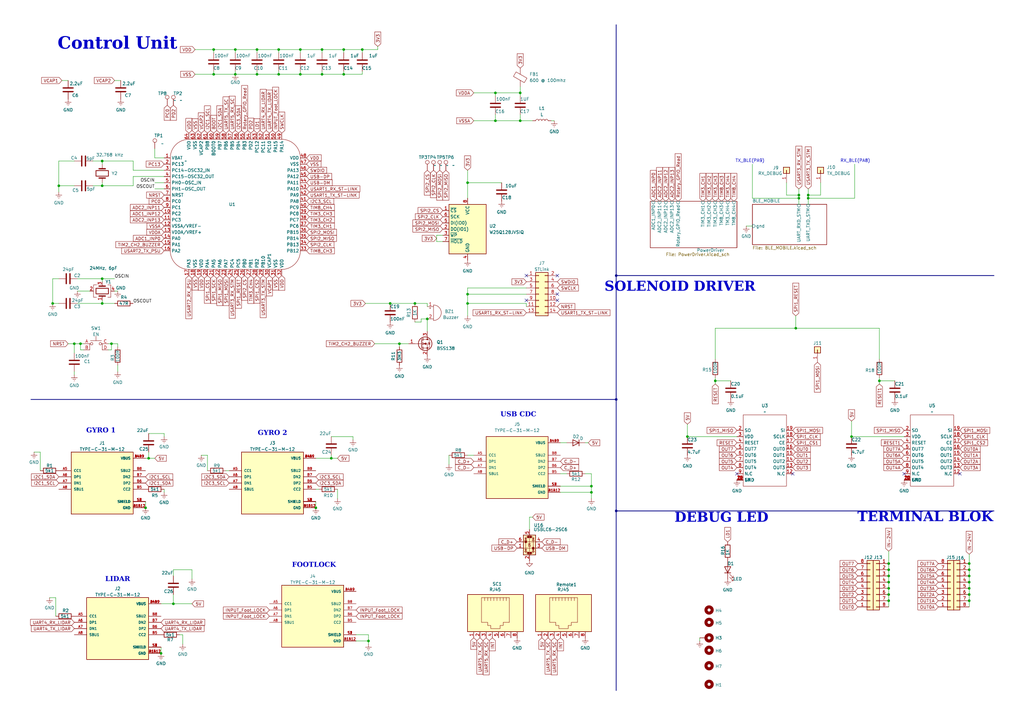
<source format=kicad_sch>
(kicad_sch (version 20231120) (generator "eeschema") (generator_version "8.0")
  (paper "A3")
  (title_block (date "2024-12-06"))
  (junction (at 129.54 208.28))
  (junction (at 123.19 20.32))
  (junction (at 397.51 246.38))
  (junction (at 132.08 30.48))
  (junction (at 45.72 140.97))
  (junction (at 105.41 30.48))
  (junction (at 71.12 247.65))
  (junction (at 242.57 201.93))
  (junction (at 21.59 124.46))
  (junction (at 33.02 140.97))
  (junction (at 252.73 113.03))
  (junction (at 281.94 179.07))
  (junction (at 326.39 134.62))
  (junction (at 364.49 241.3))
  (junction (at 331.47 80.01))
  (junction (at 123.19 30.48))
  (junction (at 41.91 124.46))
  (junction (at 140.97 30.48))
  (junction (at 364.49 243.84))
  (junction (at 364.49 233.68))
  (junction (at 160.02 124.46))
  (junction (at 397.51 236.22))
  (junction (at 114.3 20.32))
  (junction (at 96.52 30.48))
  (junction (at 87.63 20.32))
  (junction (at 105.41 20.32))
  (junction (at 364.49 246.38))
  (junction (at 59.69 208.28))
  (junction (at 252.73 163.83))
  (junction (at 349.25 179.07))
  (junction (at 203.2 49.53))
  (junction (at 397.51 238.76))
  (junction (at 175.26 130.81))
  (junction (at 140.97 20.32))
  (junction (at 327.66 81.28))
  (junction (at 151.13 262.89))
  (junction (at 60.96 187.96))
  (junction (at 41.91 66.04))
  (junction (at 360.68 156.21))
  (junction (at 397.51 233.68))
  (junction (at 203.2 38.1))
  (junction (at 148.59 20.32))
  (junction (at 364.49 231.14))
  (junction (at 397.51 241.3))
  (junction (at 364.49 236.22))
  (junction (at 135.89 187.96))
  (junction (at 191.77 124.46))
  (junction (at 132.08 20.32))
  (junction (at 30.48 140.97))
  (junction (at 364.49 238.76))
  (junction (at 397.51 231.14))
  (junction (at 163.83 140.97))
  (junction (at 170.18 124.46))
  (junction (at 191.77 120.65))
  (junction (at 213.36 38.1))
  (junction (at 397.51 243.84))
  (junction (at 41.91 114.3))
  (junction (at 252.73 209.55))
  (junction (at 96.52 20.32))
  (junction (at 213.36 49.53))
  (junction (at 24.13 76.2))
  (junction (at 242.57 199.39))
  (junction (at 327.66 80.01))
  (junction (at 331.47 81.28))
  (junction (at 293.37 156.21))
  (junction (at 66.04 267.97))
  (junction (at 87.63 30.48))
  (junction (at 191.77 74.93))
  (junction (at 41.91 76.2))
  (junction (at 114.3 30.48))
  (no_connect (at 215.9 113.03))
  (no_connect (at 228.6 123.19))
  (no_connect (at 302.26 194.31))
  (no_connect (at 393.7 194.31))
  (no_connect (at 215.9 123.19))
  (no_connect (at 228.6 113.03))
  (no_connect (at 325.12 194.31))
  (no_connect (at 228.6 120.65))
  (no_connect (at 370.84 194.31))
  (wire (pts (xy 30.48 140.97) (xy 30.48 144.78)))
  (wire (pts (xy 181.61 99.06) (xy 179.07 99.06)))
  (wire (pts (xy 240.03 181.61) (xy 241.3 181.61)))
  (wire (pts (xy 151.13 262.89) (xy 151.13 264.16)))
  (wire (pts (xy 397.51 227.33) (xy 397.51 231.14)))
  (wire (pts (xy 16.51 185.42) (xy 16.51 193.04)))
  (wire (pts (xy 138.43 200.66) (xy 138.43 204.47)))
  (wire (pts (xy 397.51 243.84) (xy 397.51 246.38)))
  (wire (pts (xy 191.77 69.85) (xy 191.77 74.93)))
  (wire (pts (xy 213.36 49.53) (xy 203.2 49.53)))
  (wire (pts (xy 123.19 29.21) (xy 123.19 30.48)))
  (bus (pts (xy 252.73 10.16) (xy 252.73 113.03)))
  (wire (pts (xy 96.52 29.21) (xy 96.52 30.48)))
  (wire (pts (xy 87.63 20.32) (xy 87.63 21.59)))
  (wire (pts (xy 175.26 125.73) (xy 175.26 124.46)))
  (wire (pts (xy 71.12 243.84) (xy 71.12 247.65)))
  (wire (pts (xy 360.68 134.62) (xy 326.39 134.62)))
  (wire (pts (xy 364.49 231.14) (xy 364.49 233.68)))
  (wire (pts (xy 364.49 243.84) (xy 364.49 246.38)))
  (wire (pts (xy 191.77 186.69) (xy 194.31 186.69)))
  (wire (pts (xy 194.31 49.53) (xy 203.2 49.53)))
  (wire (pts (xy 63.5 77.47) (xy 67.31 77.47)))
  (wire (pts (xy 135.89 186.69) (xy 135.89 187.96)))
  (wire (pts (xy 175.26 130.81) (xy 175.26 135.89)))
  (wire (pts (xy 331.47 81.28) (xy 350.52 81.28)))
  (wire (pts (xy 132.08 30.48) (xy 123.19 30.48)))
  (wire (pts (xy 96.52 30.48) (xy 105.41 30.48)))
  (wire (pts (xy 80.01 30.48) (xy 87.63 30.48)))
  (wire (pts (xy 44.45 143.51) (xy 45.72 143.51)))
  (wire (pts (xy 242.57 201.93) (xy 242.57 204.47)))
  (wire (pts (xy 60.96 177.8) (xy 67.31 177.8)))
  (wire (pts (xy 397.51 238.76) (xy 397.51 241.3)))
  (wire (pts (xy 397.51 246.38) (xy 397.51 248.92)))
  (wire (pts (xy 41.91 66.04) (xy 54.61 66.04)))
  (wire (pts (xy 63.5 74.93) (xy 67.31 74.93)))
  (wire (pts (xy 163.83 140.97) (xy 163.83 142.24)))
  (wire (pts (xy 16.51 185.42) (xy 13.97 185.42)))
  (wire (pts (xy 229.87 201.93) (xy 242.57 201.93)))
  (wire (pts (xy 34.29 143.51) (xy 33.02 143.51)))
  (wire (pts (xy 360.68 154.94) (xy 360.68 156.21)))
  (bus (pts (xy 252.73 113.03) (xy 407.67 113.03)))
  (wire (pts (xy 105.41 20.32) (xy 96.52 20.32)))
  (wire (pts (xy 397.51 233.68) (xy 397.51 236.22)))
  (wire (pts (xy 281.94 173.99) (xy 281.94 179.07)))
  (wire (pts (xy 360.68 156.21) (xy 360.68 157.48)))
  (wire (pts (xy 41.91 115.57) (xy 41.91 114.3)))
  (wire (pts (xy 31.75 114.3) (xy 41.91 114.3)))
  (wire (pts (xy 41.91 74.93) (xy 41.91 76.2)))
  (wire (pts (xy 151.13 260.35) (xy 151.13 262.89)))
  (wire (pts (xy 27.94 140.97) (xy 30.48 140.97)))
  (wire (pts (xy 85.09 193.04) (xy 85.09 186.69)))
  (wire (pts (xy 45.72 140.97) (xy 48.26 140.97)))
  (wire (pts (xy 105.41 20.32) (xy 105.41 21.59)))
  (wire (pts (xy 191.77 118.11) (xy 191.77 120.65)))
  (wire (pts (xy 41.91 123.19) (xy 41.91 124.46)))
  (wire (pts (xy 364.49 241.3) (xy 364.49 243.84)))
  (wire (pts (xy 67.31 200.66) (xy 67.31 201.93)))
  (wire (pts (xy 191.77 118.11) (xy 215.9 118.11)))
  (wire (pts (xy 60.96 187.96) (xy 59.69 187.96)))
  (wire (pts (xy 213.36 35.56) (xy 213.36 38.1)))
  (wire (pts (xy 54.61 69.85) (xy 67.31 69.85)))
  (wire (pts (xy 163.83 140.97) (xy 167.64 140.97)))
  (wire (pts (xy 397.51 236.22) (xy 397.51 238.76)))
  (wire (pts (xy 327.66 81.28) (xy 327.66 83.82)))
  (wire (pts (xy 73.66 260.35) (xy 74.93 260.35)))
  (wire (pts (xy 38.1 66.04) (xy 41.91 66.04)))
  (wire (pts (xy 31.75 119.38) (xy 36.83 119.38)))
  (wire (pts (xy 48.26 149.86) (xy 48.26 152.4)))
  (wire (pts (xy 349.25 179.07) (xy 370.84 179.07)))
  (wire (pts (xy 191.77 74.93) (xy 191.77 81.28)))
  (wire (pts (xy 67.31 177.8) (xy 67.31 179.07)))
  (wire (pts (xy 135.89 179.07) (xy 144.78 179.07)))
  (bus (pts (xy 252.73 209.55) (xy 252.73 283.21)))
  (wire (pts (xy 114.3 20.32) (xy 105.41 20.32)))
  (wire (pts (xy 242.57 194.31) (xy 242.57 199.39)))
  (wire (pts (xy 327.66 81.28) (xy 308.61 81.28)))
  (wire (pts (xy 364.49 236.22) (xy 364.49 238.76)))
  (wire (pts (xy 30.48 140.97) (xy 33.02 140.97)))
  (wire (pts (xy 46.99 33.02) (xy 49.53 33.02)))
  (wire (pts (xy 327.66 77.47) (xy 327.66 80.01)))
  (wire (pts (xy 148.59 20.32) (xy 140.97 20.32)))
  (wire (pts (xy 191.77 120.65) (xy 215.9 120.65)))
  (wire (pts (xy 129.54 200.66) (xy 130.81 200.66)))
  (wire (pts (xy 132.08 29.21) (xy 132.08 30.48)))
  (wire (pts (xy 54.61 72.39) (xy 54.61 76.2)))
  (wire (pts (xy 308.61 67.31) (xy 308.61 81.28)))
  (wire (pts (xy 153.67 140.97) (xy 163.83 140.97)))
  (wire (pts (xy 327.66 80.01) (xy 327.66 81.28)))
  (wire (pts (xy 184.15 186.69) (xy 184.15 190.5)))
  (bus (pts (xy 252.73 163.83) (xy 252.73 209.55)))
  (wire (pts (xy 397.51 241.3) (xy 397.51 243.84)))
  (wire (pts (xy 287.02 261.62) (xy 287.02 262.89)))
  (wire (pts (xy 146.05 260.35) (xy 151.13 260.35)))
  (wire (pts (xy 154.94 19.05) (xy 154.94 20.32)))
  (wire (pts (xy 41.91 114.3) (xy 46.99 114.3)))
  (wire (pts (xy 360.68 147.32) (xy 360.68 134.62)))
  (wire (pts (xy 172.72 130.81) (xy 172.72 132.08)))
  (wire (pts (xy 71.12 247.65) (xy 66.04 247.65)))
  (wire (pts (xy 229.87 199.39) (xy 242.57 199.39)))
  (wire (pts (xy 44.45 140.97) (xy 45.72 140.97)))
  (wire (pts (xy 87.63 29.21) (xy 87.63 30.48)))
  (wire (pts (xy 331.47 81.28) (xy 331.47 83.82)))
  (wire (pts (xy 217.17 212.09) (xy 217.17 217.17)))
  (wire (pts (xy 123.19 20.32) (xy 114.3 20.32)))
  (wire (pts (xy 170.18 124.46) (xy 175.26 124.46)))
  (wire (pts (xy 144.78 179.07) (xy 144.78 180.34)))
  (wire (pts (xy 132.08 20.32) (xy 123.19 20.32)))
  (wire (pts (xy 71.12 233.68) (xy 78.74 233.68)))
  (wire (pts (xy 140.97 20.32) (xy 132.08 20.32)))
  (wire (pts (xy 322.58 74.93) (xy 322.58 80.01)))
  (wire (pts (xy 213.36 46.99) (xy 213.36 49.53)))
  (wire (pts (xy 59.69 205.74) (xy 59.69 208.28)))
  (wire (pts (xy 38.1 76.2) (xy 41.91 76.2)))
  (wire (pts (xy 203.2 46.99) (xy 203.2 49.53)))
  (bus (pts (xy 252.73 113.03) (xy 252.73 163.83)))
  (wire (pts (xy 105.41 30.48) (xy 114.3 30.48)))
  (wire (pts (xy 60.96 185.42) (xy 60.96 187.96)))
  (wire (pts (xy 60.96 187.96) (xy 63.5 187.96)))
  (wire (pts (xy 240.03 194.31) (xy 242.57 194.31)))
  (wire (pts (xy 326.39 134.62) (xy 293.37 134.62)))
  (wire (pts (xy 146.05 262.89) (xy 151.13 262.89)))
  (wire (pts (xy 281.94 179.07) (xy 302.26 179.07)))
  (wire (pts (xy 48.26 140.97) (xy 48.26 142.24)))
  (wire (pts (xy 172.72 132.08) (xy 170.18 132.08)))
  (wire (pts (xy 67.31 64.77) (xy 63.5 64.77)))
  (wire (pts (xy 71.12 236.22) (xy 71.12 233.68)))
  (wire (pts (xy 24.13 114.3) (xy 21.59 114.3)))
  (wire (pts (xy 114.3 20.32) (xy 114.3 21.59)))
  (wire (pts (xy 364.49 233.68) (xy 364.49 236.22)))
  (wire (pts (xy 194.31 38.1) (xy 203.2 38.1)))
  (wire (pts (xy 21.59 124.46) (xy 24.13 124.46)))
  (wire (pts (xy 140.97 20.32) (xy 140.97 21.59)))
  (wire (pts (xy 132.08 20.32) (xy 132.08 21.59)))
  (wire (pts (xy 364.49 238.76) (xy 364.49 241.3)))
  (wire (pts (xy 78.74 233.68) (xy 78.74 237.49)))
  (wire (pts (xy 22.86 245.11) (xy 20.32 245.11)))
  (wire (pts (xy 215.9 124.46) (xy 215.9 125.73)))
  (wire (pts (xy 21.59 114.3) (xy 21.59 124.46)))
  (wire (pts (xy 293.37 156.21) (xy 293.37 157.48)))
  (wire (pts (xy 105.41 29.21) (xy 105.41 30.48)))
  (wire (pts (xy 41.91 66.04) (xy 41.91 67.31)))
  (wire (pts (xy 85.09 186.69) (xy 82.55 186.69)))
  (wire (pts (xy 22.86 252.73) (xy 22.86 245.11)))
  (wire (pts (xy 191.77 74.93) (xy 205.74 74.93)))
  (wire (pts (xy 46.99 119.38) (xy 48.26 119.38)))
  (bus (pts (xy 12.7 163.83) (xy 252.73 163.83)))
  (wire (pts (xy 336.55 74.93) (xy 336.55 80.01)))
  (wire (pts (xy 129.54 187.96) (xy 135.89 187.96)))
  (wire (pts (xy 80.01 20.32) (xy 87.63 20.32)))
  (wire (pts (xy 349.25 172.72) (xy 349.25 179.07)))
  (wire (pts (xy 350.52 67.31) (xy 350.52 81.28)))
  (wire (pts (xy 63.5 60.96) (xy 63.5 64.77)))
  (wire (pts (xy 242.57 199.39) (xy 242.57 201.93)))
  (wire (pts (xy 54.61 76.2) (xy 41.91 76.2)))
  (wire (pts (xy 123.19 30.48) (xy 114.3 30.48)))
  (wire (pts (xy 140.97 29.21) (xy 140.97 30.48)))
  (wire (pts (xy 45.72 140.97) (xy 45.72 143.51)))
  (wire (pts (xy 92.71 193.04) (xy 93.98 193.04)))
  (wire (pts (xy 154.94 20.32) (xy 148.59 20.32)))
  (wire (pts (xy 203.2 38.1) (xy 203.2 39.37)))
  (wire (pts (xy 31.75 124.46) (xy 41.91 124.46)))
  (wire (pts (xy 87.63 20.32) (xy 96.52 20.32)))
  (wire (pts (xy 293.37 134.62) (xy 293.37 147.32)))
  (wire (pts (xy 179.07 99.06) (xy 179.07 96.52)))
  (wire (pts (xy 364.49 246.38) (xy 364.49 248.92)))
  (wire (pts (xy 33.02 143.51) (xy 33.02 140.97)))
  (wire (pts (xy 66.04 265.43) (xy 66.04 267.97)))
  (wire (pts (xy 30.48 152.4) (xy 30.48 153.67)))
  (wire (pts (xy 33.02 140.97) (xy 34.29 140.97)))
  (wire (pts (xy 148.59 20.32) (xy 148.59 21.59)))
  (wire (pts (xy 87.63 30.48) (xy 96.52 30.48)))
  (wire (pts (xy 123.19 20.32) (xy 123.19 21.59)))
  (wire (pts (xy 160.02 124.46) (xy 170.18 124.46)))
  (wire (pts (xy 54.61 69.85) (xy 54.61 66.04)))
  (wire (pts (xy 148.59 30.48) (xy 140.97 30.48)))
  (wire (pts (xy 179.07 96.52) (xy 181.61 96.52)))
  (wire (pts (xy 364.49 226.06) (xy 364.49 231.14)))
  (wire (pts (xy 293.37 154.94) (xy 293.37 156.21)))
  (wire (pts (xy 175.26 130.81) (xy 172.72 130.81)))
  (wire (pts (xy 229.87 181.61) (xy 232.41 181.61)))
  (bus (pts (xy 252.73 209.55) (xy 407.67 209.55)))
  (wire (pts (xy 360.68 156.21) (xy 367.03 156.21)))
  (wire (pts (xy 191.77 124.46) (xy 215.9 124.46)))
  (wire (pts (xy 191.77 124.46) (xy 191.77 129.54)))
  (wire (pts (xy 96.52 20.32) (xy 96.52 21.59)))
  (wire (pts (xy 213.36 39.37) (xy 213.36 38.1)))
  (wire (pts (xy 293.37 156.21) (xy 299.72 156.21)))
  (wire (pts (xy 229.87 194.31) (xy 232.41 194.31)))
  (wire (pts (xy 326.39 129.54) (xy 326.39 134.62)))
  (wire (pts (xy 140.97 30.48) (xy 132.08 30.48)))
  (wire (pts (xy 218.44 212.09) (xy 217.17 212.09)))
  (wire (pts (xy 191.77 120.65) (xy 191.77 124.46)))
  (wire (pts (xy 30.48 66.04) (xy 24.13 66.04)))
  (wire (pts (xy 397.51 231.14) (xy 397.51 233.68)))
  (wire (pts (xy 78.74 247.65) (xy 71.12 247.65)))
  (wire (pts (xy 331.47 77.47) (xy 331.47 80.01)))
  (wire (pts (xy 24.13 66.04) (xy 24.13 76.2)))
  (wire (pts (xy 331.47 80.01) (xy 331.47 81.28)))
  (wire (pts (xy 213.36 49.53) (xy 218.44 49.53)))
  (wire (pts (xy 24.13 76.2) (xy 24.13 78.74)))
  (wire (pts (xy 308.61 92.71) (xy 306.07 92.71)))
  (wire (pts (xy 25.4 33.02) (xy 27.94 33.02)))
  (wire (pts (xy 41.91 124.46) (xy 46.99 124.46)))
  (wire (pts (xy 24.13 76.2) (xy 30.48 76.2)))
  (wire (pts (xy 135.89 187.96) (xy 138.43 187.96)))
  (wire (pts (xy 149.86 124.46) (xy 160.02 124.46)))
  (wire (pts (xy 54.61 72.39) (xy 67.31 72.39)))
  (wire (pts (xy 74.93 260.35) (xy 74.93 264.16)))
  (wire (pts (xy 148.59 29.21) (xy 148.59 30.48)))
  (wire (pts (xy 114.3 29.21) (xy 114.3 30.48)))
  (wire (pts (xy 322.58 80.01) (xy 327.66 80.01)))
  (wire (pts (xy 336.55 80.01) (xy 331.47 80.01)))
  (wire (pts (xy 129.54 205.74) (xy 129.54 208.28)))
  (wire (pts (xy 213.36 38.1) (xy 203.2 38.1)))
  (wire (pts (xy 226.06 49.53) (xy 227.33 49.53)))
  (text "DEBUG LED" (at 295.91 213.614 0) (effects (font (size 4 4) (thickness 0.8) (bold yes))))
  (text "USB CDC\n" (at 212.598 170.688 0) (effects (font (size 2 2) (thickness 0.4) (bold yes))))
  (text "GYRO 2\n" (at 111.76 178.308 0) (effects (font (size 2 2) (thickness 0.4) (bold yes))))
  (text "FOOTLOCK\n" (at 128.778 232.41 0) (effects (font (size 2 2) (thickness 0.4) (bold yes))))
  (text "GYRO 1\n" (at 41.402 177.292 0) (effects (font (size 2 2) (thickness 0.4) (bold yes))))
  (text "RX_BLE(PA8)\n" (at 350.774 66.04 0) (effects (font (size 1.27 1.27))))
  (text "Control Unit" (at 23.622 22.352 0) (effects (font (size 5 5) (bold yes)) (justify left bottom)))
  (text "SOLENOID DRIVER" (at 278.892 118.872 0) (effects (font (size 4 4) (bold yes))))
  (text "TX_BLE(PA9)\n" (at 307.594 66.04 0) (effects (font (size 1.27 1.27))))
  (text "TERMINAL BLOK" (at 379.476 213.36 0) (effects (font (size 4 4) (thickness 0.4) (bold yes))))
  (text "LIDAR\n" (at 48.26 238.252 0) (effects (font (size 2 2) (thickness 0.4) (bold yes))))
  (label "OSCOUT" (at 54.61 124.46 0))
  (label "OSCOUT" (at 63.5 77.47 180))
  (label "OSCIN" (at 63.5 74.93 180))
  (label "OSCIN" (at 46.99 114.3 0))
  (global_label "VCAP1" (shape input) (at 25.4 33.02 180) (property "Intersheetrefs" "${INTERSHEET_REFS}" (effects (hide yes))))
  (global_label "INPUT_Foot_LOCK" (shape input) (at 146.05 252.73 0) (property "Intersheetrefs" "${INTERSHEET_REFS}" (effects (hide yes))))
  (global_label "OUT7" (shape input) (at 351.79 231.14 180) (property "Intersheetrefs" "${INTERSHEET_REFS}" (effects (hide yes))))
  (global_label "OUT1" (shape input) (at 351.79 246.38 180) (property "Intersheetrefs" "${INTERSHEET_REFS}" (effects (hide yes))))
  (global_label "OUT5" (shape input) (at 302.26 189.23 180) (property "Intersheetrefs" "${INTERSHEET_REFS}" (effects (hide yes))))
  (global_label "SPI2_MOSI" (shape input) (at 180.34 69.85 270) (property "Intersheetrefs" "${INTERSHEET_REFS}" (effects (hide yes))))
  (global_label "5V" (shape input) (at 78.74 247.65 0) (property "Intersheetrefs" "${INTERSHEET_REFS}" (effects (hide yes))))
  (global_label "UART4_RX_LIDAR" (shape input) (at 107.95 54.61 90) (property "Intersheetrefs" "${INTERSHEET_REFS}" (effects (hide yes))))
  (global_label "PD2" (shape input) (at 71.12 43.18 270) (property "Intersheetrefs" "${INTERSHEET_REFS}" (effects (hide yes))))
  (global_label "5V" (shape input) (at 281.94 173.99 90) (property "Intersheetrefs" "${INTERSHEET_REFS}" (effects (hide yes))))
  (global_label "C_D+" (shape input) (at 229.87 191.77 0) (property "Intersheetrefs" "${INTERSHEET_REFS}" (effects (hide yes))))
  (global_label "OUT2" (shape input) (at 351.79 243.84 180) (property "Intersheetrefs" "${INTERSHEET_REFS}" (effects (hide yes))))
  (global_label "5V" (shape input) (at 138.43 187.96 0) (property "Intersheetrefs" "${INTERSHEET_REFS}" (effects (hide yes))))
  (global_label "TIM3_CH4" (shape input) (at 102.87 113.03 270) (property "Intersheetrefs" "${INTERSHEET_REFS}" (effects (hide yes))))
  (global_label "OUT0" (shape input) (at 325.12 184.15 0) (property "Intersheetrefs" "${INTERSHEET_REFS}" (effects (hide yes))))
  (global_label "VSS" (shape input) (at 125.73 67.31 0) (property "Intersheetrefs" "${INTERSHEET_REFS}" (effects (hide yes))))
  (global_label "USART2_TX_PSU" (shape input) (at 67.31 102.87 180) (property "Intersheetrefs" "${INTERSHEET_REFS}" (effects (hide yes))))
  (global_label "VDD" (shape input) (at 115.57 113.03 270) (property "Intersheetrefs" "${INTERSHEET_REFS}" (effects (hide yes))))
  (global_label "SPI1_MOSI" (shape input) (at 325.12 176.53 0) (property "Intersheetrefs" "${INTERSHEET_REFS}" (effects (hide yes))))
  (global_label "TIM3_CH3" (shape input) (at 293.37 82.55 90) (property "Intersheetrefs" "${INTERSHEET_REFS}" (effects (hide yes))))
  (global_label "I2C3_SDA" (shape input) (at 129.54 198.12 0) (property "Intersheetrefs" "${INTERSHEET_REFS}" (effects (hide yes))))
  (global_label "VDD" (shape input) (at 80.01 20.32 180) (property "Intersheetrefs" "${INTERSHEET_REFS}" (effects (hide yes))))
  (global_label "USB-DP" (shape input) (at 212.09 224.79 180) (property "Intersheetrefs" "${INTERSHEET_REFS}" (effects (hide yes))))
  (global_label "ADC2_INP12" (shape input) (at 273.05 82.55 90) (property "Intersheetrefs" "${INTERSHEET_REFS}" (effects (hide yes))))
  (global_label "NRST" (shape input) (at 27.94 140.97 180) (property "Intersheetrefs" "${INTERSHEET_REFS}" (effects (hide yes))))
  (global_label "3V3" (shape input) (at 215.9 115.57 180) (property "Intersheetrefs" "${INTERSHEET_REFS}" (effects (hide yes))))
  (global_label "OUT3A" (shape input) (at 393.7 191.77 0) (property "Intersheetrefs" "${INTERSHEET_REFS}" (effects (hide yes))))
  (global_label "ADC2_INP13" (shape input) (at 275.59 82.55 90) (property "Intersheetrefs" "${INTERSHEET_REFS}" (effects (hide yes))))
  (global_label "USB-DM" (shape input) (at 125.73 74.93 0) (property "Intersheetrefs" "${INTERSHEET_REFS}" (effects (hide yes))))
  (global_label "OUT3" (shape input) (at 351.79 241.3 180) (property "Intersheetrefs" "${INTERSHEET_REFS}" (effects (hide yes))))
  (global_label "OUT7A" (shape input) (at 384.81 231.14 180) (property "Intersheetrefs" "${INTERSHEET_REFS}" (effects (hide yes))))
  (global_label "5V" (shape input) (at 63.5 187.96 0) (property "Intersheetrefs" "${INTERSHEET_REFS}" (effects (hide yes))))
  (global_label "ADC2_INP13" (shape input) (at 67.31 90.17 180) (property "Intersheetrefs" "${INTERSHEET_REFS}" (effects (hide yes))))
  (global_label "PC0" (shape input) (at 67.31 82.55 180) (property "Intersheetrefs" "${INTERSHEET_REFS}" (effects (hide yes))))
  (global_label "SPI2_CLK" (shape input) (at 177.8 69.85 270) (property "Intersheetrefs" "${INTERSHEET_REFS}" (effects (hide yes))))
  (global_label "OUT2A" (shape input) (at 384.81 243.84 180) (property "Intersheetrefs" "${INTERSHEET_REFS}" (effects (hide yes))))
  (global_label "USB-DP" (shape input) (at 125.73 72.39 0) (property "Intersheetrefs" "${INTERSHEET_REFS}" (effects (hide yes))))
  (global_label "SPI1_RESET" (shape input) (at 97.79 113.03 270) (property "Intersheetrefs" "${INTERSHEET_REFS}" (effects (hide yes))))
  (global_label "VSSA" (shape input) (at 194.31 49.53 180) (property "Intersheetrefs" "${INTERSHEET_REFS}" (effects (hide yes))))
  (global_label "SPI1_MISO" (shape input) (at 370.84 176.53 180) (property "Intersheetrefs" "${INTERSHEET_REFS}" (effects (hide yes))))
  (global_label "OUT2" (shape input) (at 325.12 189.23 0) (property "Intersheetrefs" "${INTERSHEET_REFS}" (effects (hide yes))))
  (global_label "OUT1" (shape input) (at 325.12 186.69 0) (property "Intersheetrefs" "${INTERSHEET_REFS}" (effects (hide yes))))
  (global_label "TIM8_CH3" (shape input) (at 295.91 82.55 90) (property "Intersheetrefs" "${INTERSHEET_REFS}" (effects (hide yes))))
  (global_label "SWDIO" (shape input) (at 125.73 69.85 0) (property "Intersheetrefs" "${INTERSHEET_REFS}" (effects (hide yes))))
  (global_label "TIM3_CH2" (shape input) (at 290.83 82.55 90) (property "Intersheetrefs" "${INTERSHEET_REFS}" (effects (hide yes))))
  (global_label "ADC2_INP11" (shape input) (at 67.31 85.09 180) (property "Intersheetrefs" "${INTERSHEET_REFS}" (effects (hide yes))))
  (global_label "OUT4A" (shape input) (at 384.81 238.76 180) (property "Intersheetrefs" "${INTERSHEET_REFS}" (effects (hide yes))))
  (global_label "VDD" (shape input) (at 82.55 113.03 270) (property "Intersheetrefs" "${INTERSHEET_REFS}" (effects (hide yes))))
  (global_label "OUT4" (shape input) (at 351.79 238.76 180) (property "Intersheetrefs" "${INTERSHEET_REFS}" (effects (hide yes))))
  (global_label "USART3_RX_STM" (shape input) (at 95.25 113.03 270) (property "Intersheetrefs" "${INTERSHEET_REFS}" (effects (hide yes))))
  (global_label "TIM3_CH4" (shape input) (at 298.45 82.55 90) (property "Intersheetrefs" "${INTERSHEET_REFS}" (effects (hide yes))))
  (global_label "I2C3_SCL" (shape input) (at 125.73 82.55 0) (property "Intersheetrefs" "${INTERSHEET_REFS}" (effects (hide yes))))
  (global_label "C_D-" (shape input) (at 222.25 222.25 0) (property "Intersheetrefs" "${INTERSHEET_REFS}" (effects (hide yes))))
  (global_label "VCAP2" (shape input) (at 82.55 54.61 90) (property "Intersheetrefs" "${INTERSHEET_REFS}" (effects (hide yes))))
  (global_label "INT" (shape input) (at 229.87 261.62 270) (property "Intersheetrefs" "${INTERSHEET_REFS}" (effects (hide yes))))
  (global_label "VSS" (shape input) (at 80.01 54.61 90) (property "Intersheetrefs" "${INTERSHEET_REFS}" (effects (hide yes))))
  (global_label "ADC1_INP0" (shape input) (at 67.31 97.79 180) (property "Intersheetrefs" "${INTERSHEET_REFS}" (effects (hide yes))))
  (global_label "UART4_RX_LIDAR" (shape input) (at 30.48 255.27 180) (property "Intersheetrefs" "${INTERSHEET_REFS}" (effects (hide yes))))
  (global_label "3V3" (shape input) (at 191.77 69.85 90) (property "Intersheetrefs" "${INTERSHEET_REFS}" (effects (hide yes))))
  (global_label "LD1" (shape input) (at 105.41 54.61 90) (property "Intersheetrefs" "${INTERSHEET_REFS}" (effects (hide yes))))
  (global_label "OUT6A" (shape input) (at 370.84 186.69 180) (property "Intersheetrefs" "${INTERSHEET_REFS}" (effects (hide yes))))
  (global_label "SPI2_CS" (shape input) (at 175.26 69.85 270) (property "Intersheetrefs" "${INTERSHEET_REFS}" (effects (hide yes))))
  (global_label "VCAP2" (shape input) (at 46.99 33.02 180) (property "Intersheetrefs" "${INTERSHEET_REFS}" (effects (hide yes))))
  (global_label "5V" (shape input) (at 218.44 212.09 0) (property "Intersheetrefs" "${INTERSHEET_REFS}" (effects (hide yes))))
  (global_label "C_D+" (shape input) (at 194.31 189.23 180) (property "Intersheetrefs" "${INTERSHEET_REFS}" (effects (hide yes))))
  (global_label "OUT5A" (shape input) (at 384.81 236.22 180) (property "Intersheetrefs" "${INTERSHEET_REFS}" (effects (hide yes))))
  (global_label "SPI1_RESET" (shape input) (at 326.39 129.54 90) (property "Intersheetrefs" "${INTERSHEET_REFS}" (effects (hide yes))))
  (global_label "INPUT_Foot_LOCK" (shape input) (at 110.49 250.19 180) (property "Intersheetrefs" "${INTERSHEET_REFS}" (effects (hide yes))))
  (global_label "SPI2_MISO" (shape input) (at 125.73 97.79 0) (property "Intersheetrefs" "${INTERSHEET_REFS}" (effects (hide yes))))
  (global_label "SPI1_CLK" (shape input) (at 393.7 179.07 0) (property "Intersheetrefs" "${INTERSHEET_REFS}" (effects (hide yes))))
  (global_label "TIM8_CH3" (shape input) (at 125.73 102.87 0) (property "Intersheetrefs" "${INTERSHEET_REFS}" (effects (hide yes))))
  (global_label "OUT0A" (shape input) (at 393.7 184.15 0) (property "Intersheetrefs" "${INTERSHEET_REFS}" (effects (hide yes))))
  (global_label "ADC1_INP12" (shape input) (at 67.31 87.63 180) (property "Intersheetrefs" "${INTERSHEET_REFS}" (effects (hide yes))))
  (global_label "UART4_TX_LIDAR" (shape input) (at 110.49 54.61 90) (property "Intersheetrefs" "${INTERSHEET_REFS}" (effects (hide yes))))
  (global_label "I2C1_SCL" (shape input) (at 85.09 54.61 90) (property "Intersheetrefs" "${INTERSHEET_REFS}" (effects (hide yes))))
  (global_label "TIM8_CH4" (shape input) (at 300.99 82.55 90) (property "Intersheetrefs" "${INTERSHEET_REFS}" (effects (hide yes))))
  (global_label "OUT6A" (shape input) (at 384.81 233.68 180) (property "Intersheetrefs" "${INTERSHEET_REFS}" (effects (hide yes))))
  (global_label "I2C1_SCL" (shape input) (at 59.69 195.58 0) (property "Intersheetrefs" "${INTERSHEET_REFS}" (effects (hide yes))))
  (global_label "I2C1_SDA" (shape input) (at 24.13 195.58 180) (property "Intersheetrefs" "${INTERSHEET_REFS}" (effects (hide yes))))
  (global_label "UART5_TX_SC" (shape input) (at 196.85 261.62 270) (property "Intersheetrefs" "${INTERSHEET_REFS}" (effects (hide yes))))
  (global_label "UART4_TX_LIDAR" (shape input) (at 30.48 257.81 180) (property "Intersheetrefs" "${INTERSHEET_REFS}" (effects (hide yes))))
  (global_label "UART5_TX_SC" (shape input) (at 92.71 54.61 90) (property "Intersheetrefs" "${INTERSHEET_REFS}" (effects (hide yes))))
  (global_label "3V3" (shape input) (at 149.86 124.46 180) (property "Intersheetrefs" "${INTERSHEET_REFS}" (effects (hide yes))))
  (global_label "NRST" (shape input) (at 228.6 125.73 0) (property "Intersheetrefs" "${INTERSHEET_REFS}" (effects (hide yes))))
  (global_label "SWDIO" (shape input) (at 228.6 115.57 0) (property "Intersheetrefs" "${INTERSHEET_REFS}" (effects (hide yes))))
  (global_label "SPI1_SCK" (shape input) (at 87.63 113.03 270) (property "Intersheetrefs" "${INTERSHEET_REFS}" (effects (hide yes))))
  (global_label "SPI2_CS" (shape input) (at 181.61 86.36 180) (property "Intersheetrefs" "${INTERSHEET_REFS}" (effects (hide yes))))
  (global_label "UART5_RX_SC" (shape input) (at 227.33 261.62 270) (property "Intersheetrefs" "${INTERSHEET_REFS}" (effects (hide yes))))
  (global_label "VSS" (shape input) (at 113.03 113.03 270) (property "Intersheetrefs" "${INTERSHEET_REFS}" (effects (hide yes))))
  (global_label "SPI1_MOSI" (shape input) (at 92.71 113.03 270) (property "Intersheetrefs" "${INTERSHEET_REFS}" (effects (hide yes))))
  (global_label "SPI2_CLK" (shape input) (at 181.61 88.9 180) (property "Intersheetrefs" "${INTERSHEET_REFS}" (effects (hide yes))))
  (global_label "ADC2_INP11" (shape input) (at 270.51 82.55 90) (property "Intersheetrefs" "${INTERSHEET_REFS}" (effects (hide yes))))
  (global_label "Rotary_GPIO_Read" (shape input) (at 278.13 82.55 90) (property "Intersheetrefs" "${INTERSHEET_REFS}" (effects (hide yes))))
  (global_label "SWCLK" (shape input) (at 228.6 118.11 0) (property "Intersheetrefs" "${INTERSHEET_REFS}" (effects (hide yes))))
  (global_label "SPI2_CS" (shape input) (at 100.33 113.03 270) (property "Intersheetrefs" "${INTERSHEET_REFS}" (effects (hide yes))))
  (global_label "VSSA" (shape input) (at 67.31 92.71 180) (property "Intersheetrefs" "${INTERSHEET_REFS}" (effects (hide yes))))
  (global_label "SPI1_MISO" (shape input) (at 302.26 176.53 180) (property "Intersheetrefs" "${INTERSHEET_REFS}" (effects (hide yes))))
  (global_label "TIM3_CH1" (shape input) (at 288.29 82.55 90) (property "Intersheetrefs" "${INTERSHEET_REFS}" (effects (hide yes))))
  (global_label "SPI1_CS1" (shape input) (at 325.12 181.61 0) (property "Intersheetrefs" "${INTERSHEET_REFS}" (effects (hide yes))))
  (global_label "TIM3_CH2" (shape input) (at 125.73 90.17 0) (property "Intersheetrefs" "${INTERSHEET_REFS}" (effects (hide yes))))
  (global_label "USART3_TX_STM" (shape input) (at 107.95 113.03 270) (property "Intersheetrefs" "${INTERSHEET_REFS}" (effects (hide yes))))
  (global_label "OUT2A" (shape input) (at 393.7 189.23 0) (property "Intersheetrefs" "${INTERSHEET_REFS}" (effects (hide yes))))
  (global_label "3V3" (shape input) (at 179.07 97.79 180) (property "Intersheetrefs" "${INTERSHEET_REFS}" (effects (hide yes))))
  (global_label "OUT4A" (shape input) (at 370.84 191.77 180) (property "Intersheetrefs" "${INTERSHEET_REFS}" (effects (hide yes))))
  (global_label "USART3_RX_STM" (shape input) (at 327.66 77.47 90) (property "Intersheetrefs" "${INTERSHEET_REFS}" (effects (hide yes))))
  (global_label "INPUT_Foot_LOCK" (shape input) (at 146.05 250.19 0) (property "Intersheetrefs" "${INTERSHEET_REFS}" (effects (hide yes))))
  (global_label "UART4_RX_LIDAR" (shape input) (at 66.04 255.27 0) (property "Intersheetrefs" "${INTERSHEET_REFS}" (effects (hide yes))))
  (global_label "OUT5" (shape input) (at 351.79 236.22 180) (property "Intersheetrefs" "${INTERSHEET_REFS}" (effects (hide yes))))
  (global_label "SPI1_CLK" (shape input) (at 325.12 179.07 0) (property "Intersheetrefs" "${INTERSHEET_REFS}" (effects (hide yes))))
  (global_label "OUT4" (shape input) (at 302.26 191.77 180) (property "Intersheetrefs" "${INTERSHEET_REFS}" (effects (hide yes))))
  (global_label "USART1_RX_ST-LINK" (shape input) (at 215.9 128.27 180) (property "Intersheetrefs" "${INTERSHEET_REFS}" (effects (hide yes))))
  (global_label "OUT6" (shape input) (at 302.26 186.69 180) (property "Intersheetrefs" "${INTERSHEET_REFS}" (effects (hide yes))))
  (global_label "SPI2_MOSI" (shape input) (at 125.73 95.25 0) (property "Intersheetrefs" "${INTERSHEET_REFS}" (effects (hide yes))))
  (global_label "RESET" (shape input) (at 302.26 181.61 180) (property "Intersheetrefs" "${INTERSHEET_REFS}" (effects (hide yes))))
  (global_label "5V" (shape input) (at 194.31 261.62 270) (property "Intersheetrefs" "${INTERSHEET_REFS}" (effects (hide yes))))
  (global_label "5V" (shape input) (at 241.3 181.61 0) (property "Intersheetrefs" "${INTERSHEET_REFS}" (effects (hide yes))))
  (global_label "I2C3_SDA" (shape input) (at 97.79 54.61 90) (property "Intersheetrefs" "${INTERSHEET_REFS}" (effects (hide yes))))
  (global_label "USB-DM" (shape input) (at 222.25 224.79 0) (property "Intersheetrefs" "${INTERSHEET_REFS}" (effects (hide yes))))
  (global_label "SWCLK" (shape input) (at 115.57 54.61 90) (property "Intersheetrefs" "${INTERSHEET_REFS}" (effects (hide yes))))
  (global_label "TIM3_CH3" (shape input) (at 125.73 87.63 0) (property "Intersheetrefs" "${INTERSHEET_REFS}" (effects (hide yes))))
  (global_label "RESET1" (shape input) (at 370.84 181.61 180) (property "Intersheetrefs" "${INTERSHEET_REFS}" (effects (hide yes))))
  (global_label "OUT1A" (shape input) (at 393.7 186.69 0) (property "Intersheetrefs" "${INTERSHEET_REFS}" (effects (hide yes))))
  (global_label "OUT1A" (shape input) (at 384.81 246.38 180) (property "Intersheetrefs" "${INTERSHEET_REFS}" (effects (hide yes))))
  (global_label "SPI1_CS1" (shape input) (at 85.09 113.03 270) (property "Intersheetrefs" "${INTERSHEET_REFS}" (effects (hide yes))))
  (global_label "BOOT" (shape input) (at 87.63 54.61 90) (property "Intersheetrefs" "${INTERSHEET_REFS}" (effects (hide yes))))
  (global_label "VDD" (shape input) (at 125.73 64.77 0) (property "Intersheetrefs" "${INTERSHEET_REFS}" (effects (hide yes))))
  (global_label "VDDA" (shape input) (at 194.31 38.1 180) (property "Intersheetrefs" "${INTERSHEET_REFS}" (effects (hide yes))))
  (global_label "OUT7" (shape input) (at 302.26 184.15 180) (property "Intersheetrefs" "${INTERSHEET_REFS}" (effects (hide yes))))
  (global_label "VDDA" (shape input) (at 67.31 95.25 180) (property "Intersheetrefs" "${INTERSHEET_REFS}" (effects (hide yes))))
  (global_label "C_D+" (shape input) (at 212.09 222.25 180) (property "Intersheetrefs" "${INTERSHEET_REFS}" (effects (hide yes))))
  (global_label "PD2" (shape input) (at 102.87 54.61 90) (property "Intersheetrefs" "${INTERSHEET_REFS}" (effects (hide yes))))
  (global_label "OUT6" (shape input) (at 351.79 233.68 180) (property "Intersheetrefs" "${INTERSHEET_REFS}" (effects (hide yes))))
  (global_label "Rotary_GPIO_Read" (shape input) (at 100.33 54.61 90) (property "Intersheetrefs" "${INTERSHEET_REFS}" (effects (hide yes))))
  (global_label "I2C1_SCL" (shape input) (at 24.13 198.12 180) (property "Intersheetrefs" "${INTERSHEET_REFS}" (effects (hide yes))))
  (global_label "VSS" (shape input) (at 80.01 30.48 180) (property "Intersheetrefs" "${INTERSHEET_REFS}" (effects (hide yes))))
  (global_label "OUT0A" (shape input) (at 384.81 248.92 180) (property "Intersheetrefs" "${INTERSHEET_REFS}" (effects (hide yes))))
  (global_label "3V3" (shape input) (at 154.94 19.05 90) (property "Intersheetrefs" "${INTERSHEET_REFS}" (effects (hide yes))))
  (global_label "SPI2_MOSI" (shape input) (at 181.61 91.44 180) (property "Intersheetrefs" "${INTERSHEET_REFS}" (effects (hide yes))))
  (global_label "5V" (shape input) (at 222.25 261.62 270) (property "Intersheetrefs" "${INTERSHEET_REFS}" (effects (hide yes))))
  (global_label "C_D-" (shape input) (at 229.87 189.23 0) (property "Intersheetrefs" "${INTERSHEET_REFS}" (effects (hide yes))))
  (global_label "OUT5A" (shape input) (at 370.84 189.23 180) (property "Intersheetrefs" "${INTERSHEET_REFS}" (effects (hide yes))))
  (global_label "3V3" (shape input) (at 213.36 27.94 90) (property "Intersheetrefs" "${INTERSHEET_REFS}" (effects (hide yes))))
  (global_label "LD1" (shape input) (at 298.45 222.25 90) (property "Intersheetrefs" "${INTERSHEET_REFS}" (effects (hide yes))))
  (global_label "USART2_RX_PSU" (shape input) (at 77.47 113.03 270) (property "Intersheetrefs" "${INTERSHEET_REFS}" (effects (hide yes))))
  (global_label "UART4_TX_LIDAR" (shape input) (at 66.04 257.81 0) (property "Intersheetrefs" "${INTERSHEET_REFS}" (effects (hide yes))))
  (global_label "NRST" (shape input) (at 67.31 80.01 180) (property "Intersheetrefs" "${INTERSHEET_REFS}" (effects (hide yes))))
  (global_label "I2C1_SDA" (shape input) (at 59.69 198.12 0) (property "Intersheetrefs" "${INTERSHEET_REFS}" (effects (hide yes))))
  (global_label "C_D-" (shape input) (at 194.31 191.77 180) (property "Intersheetrefs" "${INTERSHEET_REFS}" (effects (hide yes))))
  (global_label "IN-24V" (shape input) (at 364.49 226.06 90) (property "Intersheetrefs" "${INTERSHEET_REFS}" (effects (hide yes))))
  (global_label "VCAP1" (shape input) (at 110.49 113.03 270) (property "Intersheetrefs" "${INTERSHEET_REFS}" (effects (hide yes))))
  (global_label "TIM3_CH1" (shape input) (at 125.73 92.71 0) (property "Intersheetrefs" "${INTERSHEET_REFS}" (effects (hide yes))))
  (global_label "SPI2_MISO" (shape input) (at 181.61 93.98 180) (property "Intersheetrefs" "${INTERSHEET_REFS}" (effects (hide yes))))
  (global_label "SPI1_MOSI" (shape input) (at 393.7 176.53 0) (property "Intersheetrefs" "${INTERSHEET_REFS}" (effects (hide yes))))
  (global_label "I2C3_SCL" (shape input) (at 129.54 195.58 0) (property "Intersheetrefs" "${INTERSHEET_REFS}" (effects (hide yes))))
  (global_label "I2C3_SCL" (shape input) (at 93.98 198.12 180) (property "Intersheetrefs" "${INTERSHEET_REFS}" (effects (hide yes))))
  (global_label "PC0" (shape input) (at 68.58 43.18 270) (property "Intersheetrefs" "${INTERSHEET_REFS}" (effects (hide yes))))
  (global_label "SPI1_CS2" (shape input) (at 105.41 113.03 270) (property "Intersheetrefs" "${INTERSHEET_REFS}" (effects (hide yes))))
  (global_label "SPI2_MISO" (shape input) (at 182.88 69.85 270) (property "Intersheetrefs" "${INTERSHEET_REFS}" (effects (hide yes))))
  (global_label "5V" (shape input) (at 349.25 172.72 90) (property "Intersheetrefs" "${INTERSHEET_REFS}" (effects (hide yes))))
  (global_label "INPUT_Foot_LOCK" (shape input) (at 110.49 252.73 180) (property "Intersheetrefs" "${INTERSHEET_REFS}" (effects (hide yes))))
  (global_label "UART5_TX_SC" (shape input) (at 224.79 261.62 270) (property "Intersheetrefs" "${INTERSHEET_REFS}" (effects (hide yes))))
  (global_label "VDD" (shape input) (at 77.47 54.61 90) (property "Intersheetrefs" "${INTERSHEET_REFS}" (effects (hide yes))))
  (global_label "OUT3" (shape input) (at 325.12 191.77 0) (property "Intersheetrefs" "${INTERSHEET_REFS}" (effects (hide yes))))
  (global_label "INPUT_Foot_LOCK" (shape input) (at 113.03 54.61 90) (property "Intersheetrefs" "${INTERSHEET_REFS}" (effects (hide yes))))
  (global_label "UART5_RX_SC" (shape input) (at 95.25 54.61 90) (property "Intersheetrefs" "${INTERSHEET_REFS}" (effects (hide yes))))
  (global_label "OUT0" (shape input) (at 351.79 248.92 180) (property "Intersheetrefs" "${INTERSHEET_REFS}" (effects (hide yes))))
  (global_label "SPI2_CLK" (shape input) (at 125.73 100.33 0) (property "Intersheetrefs" "${INTERSHEET_REFS}" (effects (hide yes))))
  (global_label "USART1_TX_ST-LINK" (shape input) (at 228.6 128.27 0) (property "Intersheetrefs" "${INTERSHEET_REFS}" (effects (hide yes))))
  (global_label "USART3_TX_STM" (shape input) (at 331.47 77.47 90) (property "Intersheetrefs" "${INTERSHEET_REFS}" (effects (hide yes))))
  (global_label "SPI1_CS2" (shape input) (at 393.7 181.61 0) (property "Intersheetrefs" "${INTERSHEET_REFS}" (effects (hide yes))))
  (global_label "UART5_RX_SC" (shape input) (at 199.39 261.62 270) (property "Intersheetrefs" "${INTERSHEET_REFS}" (effects (hide yes))))
  (global_label "IN-24V" (shape input) (at 397.51 227.33 90) (property "Intersheetrefs" "${INTERSHEET_REFS}" (effects (hide yes))))
  (global_label "RESET1" (shape input) (at 360.68 157.48 270) (property "Intersheetrefs" "${INTERSHEET_REFS}" (effects (hide yes))))
  (global_label "SPI1_MOSI" (shape input) (at 335.28 148.59 270) (property "Intersheetrefs" "${INTERSHEET_REFS}" (effects (hide yes))))
  (global_label "INT" (shape input) (at 201.93 261.62 270) (property "Intersheetrefs" "${INTERSHEET_REFS}" (effects (hide yes))))
  (global_label "TIM2_CH2_BUZZER" (shape input) (at 67.31 100.33 180) (property "Intersheetrefs" "${INTERSHEET_REFS}" (effects (hide yes))))
  (global_label "I2C3_SDA" (shape input) (at 93.98 195.58 180) (property "Intersheetrefs" "${INTERSHEET_REFS}" (effects (hide yes))))
  (global_label "OUT3A" (shape input) (at 384.81 241.3 180) (property "Intersheetrefs" "${INTERSHEET_REFS}" (effects (hide yes))))
  (global_label "ADC1_INP0" (shape input) (at 267.97 82.55 90) (property "Intersheetrefs" "${INTERSHEET_REFS}" (effects (hide yes))))
  (global_label "SPI1_MISO" (shape input) (at 90.17 113.03 270) (property "Intersheetrefs" "${INTERSHEET_REFS}" (effects (hide yes))))
  (global_label "VSS" (shape input) (at 80.01 113.03 270) (property "Intersheetrefs" "${INTERSHEET_REFS}" (effects (hide yes))))
  (global_label "OUT7A" (shape input) (at 370.84 184.15 180) (property "Intersheetrefs" "${INTERSHEET_REFS}" (effects (hide yes))))
  (global_label "USART1_TX_ST-LINK" (shape input) (at 125.73 80.01 0) (property "Intersheetrefs" "${INTERSHEET_REFS}" (effects (hide yes))))
  (global_label "RESET" (shape input) (at 293.37 157.48 270) (property "Intersheetrefs" "${INTERSHEET_REFS}" (effects (hide yes))))
  (global_label "TIM8_CH4" (shape input) (at 125.73 85.09 0) (property "Intersheetrefs" "${INTERSHEET_REFS}" (effects (hide yes))))
  (global_label "TIM2_CH2_BUZZER" (shape input) (at 153.67 140.97 180) (property "Intersheetrefs" "${INTERSHEET_REFS}" (effects (hide yes))))
  (global_label "PC13" (shape input) (at 67.31 67.31 180) (property "Intersheetrefs" "${INTERSHEET_REFS}" (effects (hide yes))))
  (global_label "I2C1_SDA" (shape input) (at 90.17 54.61 90) (property "Intersheetrefs" "${INTERSHEET_REFS}" (effects (hide yes))))
  (global_label "USART1_RX_ST-LINK" (shape input) (at 125.73 77.47 0) (property "Intersheetrefs" "${INTERSHEET_REFS}" (effects (hide yes))))
  (symbol (lib_id "Device:C") (at 205.74 78.74 180) (unit 1)
    (property "Reference" "C18" (at 209.804 81.026 0) (effects (justify left)))
    (property "Value" "10uF" (at 212.09 76.2 0) (effects (justify left)))
    (property "Footprint" "Capacitor_SMD:C_0402_1005Metric" (effects (hide yes)))
  )
  (symbol (lib_name "GNDREF_1") (lib_id "power:GNDREF") (at 67.31 179.07 0) (mirror y) (unit 1)
    (property "Reference" "#PWR012" (effects (hide yes)))
    (property "Value" "GND" (at 67.31 183.2356 0))
  )
  (symbol (lib_id "STM32G473RCT6:STM32G473RCT6") (at 96.52 82.55 0) (unit 1)
    (property "Reference" "U1" (at 95.25 83.82 0))
    (property "Value" "~" (at 76.2 66.04 0))
    (property "Footprint" "Package_QFP:LQFP-64_10x10mm_P0.5mm" (effects (hide yes)))
  )
  (symbol (lib_id "Device:C") (at 160.02 128.27 0) (unit 1)
    (property "Reference" "C19" (at 160.02 125.73 0) (effects (justify left)))
    (property "Value" "100nF" (at 160.02 130.81 0) (effects (justify left)))
    (property "Footprint" "Capacitor_SMD:C_0402_1005Metric" (effects (hide yes)))
    (property "JLCPCB Part" "C28233" (effects (hide yes)))
  )
  (symbol (lib_name "GNDREF_1") (lib_id "power:GNDREF") (at 205.74 82.55 0) (mirror y) (unit 1)
    (property "Reference" "#PWR029" (effects (hide yes)))
    (property "Value" "GND" (at 205.74 86.995 0))
  )
  (symbol (lib_id "Device:C") (at 60.96 181.61 180) (unit 1)
    (property "Reference" "C25" (at 60.96 184.15 0) (effects (justify left)))
    (property "Value" "22uF" (at 60.96 176.53 0) (effects (justify left)))
    (property "Footprint" "Capacitor_SMD:C_0805_2012Metric" (effects (hide yes)))
  )
  (symbol (lib_name "GNDREF_1") (lib_id "power:GNDREF") (at 184.15 190.5 0) (mirror y) (unit 1)
    (property "Reference" "#PWR011" (effects (hide yes)))
    (property "Value" "GND" (at 184.15 194.6656 0))
  )
  (symbol (lib_id "Connector:RJ45") (at 229.87 251.46 270) (unit 1)
    (property "Reference" "Remote1" (at 228.092 239.776 90) (effects (justify left)))
    (property "Value" "RJ45" (at 228.6 241.808 90) (effects (justify left)))
    (property "Footprint" "Connector_RJ:RJ45_OST_PJ012-8P8CX_Vertical" (effects (hide yes)))
    (property "Description" "RJ connector, 8P8C (8 positions 8 connected)" (effects (hide yes)))
  )
  (symbol (lib_id "Device:R") (at 88.9 193.04 90) (unit 1)
    (property "Reference" "R9" (at 88.9 191.008 90))
    (property "Value" "5k1" (at 88.9 193.04 90))
    (property "Footprint" "Resistor_SMD:R_0402_1005Metric" (effects (hide yes)))
    (property "JLCPCB Part" "C25905" (effects (hide yes)))
  )
  (symbol (lib_name "GNDREF_1") (lib_id "power:GNDREF") (at 160.02 132.08 0) (mirror y) (unit 1)
    (property "Reference" "#PWR023" (effects (hide yes)))
    (property "Value" "GND" (at 160.02 136.525 0))
  )
  (symbol (lib_name "GNDREF_1") (lib_id "power:GNDREF") (at 175.26 146.05 0) (mirror y) (unit 1)
    (property "Reference" "#PWR025" (effects (hide yes)))
    (property "Value" "GND" (at 175.26 150.495 0))
  )
  (symbol (lib_name "GNDREF_1") (lib_id "power:GNDREF") (at 48.26 119.38 0) (mirror y) (unit 1)
    (property "Reference" "#PWR08" (effects (hide yes)))
    (property "Value" "GND" (at 49.53 118.11 0))
  )
  (symbol (lib_id "Device:C") (at 281.94 182.88 0) (unit 1)
    (property "Reference" "C23" (at 281.94 180.34 0) (effects (justify left)))
    (property "Value" "4.7uF" (at 281.94 185.42 0) (effects (justify left)))
    (property "Footprint" "Capacitor_SMD:C_0805_2012Metric" (effects (hide yes)))
    (property "JLCPCB Part" "C28233" (effects (hide yes)))
  )
  (symbol (lib_id "Connector_Generic:Conn_01x08") (at 392.43 238.76 0) (mirror y) (unit 1)
    (property "Reference" "J16" (at 395.478 228.854 0) (effects (justify left)))
    (property "Value" "Conn_01x08" (effects (hide yes)))
    (property "Footprint" "Terminal_8_pin:TerminalBlock_8_pin" (effects (hide yes)))
    (property "Description" "Generic connector, single row, 01x08, script generated (kicad-library-utils/schlib/autogen/connector/)" (effects (hide yes)))
  )
  (symbol (lib_name "TYPE-C-31-M-12_1") (lib_id "TYPE-C-31-M-12:TYPE-C-31-M-12") (at 212.09 191.77 0) (unit 1)
    (property "Reference" "J5" (at 212.09 173.99 0))
    (property "Value" "TYPE-C-31-M-12" (at 212.09 176.53 0))
    (property "Footprint" "HRO_TYPE-C-31-M-12" (effects (hide yes)))
    (property "Description" "3.31mm" (effects (hide yes)))
    (property "MANUFACTURER" "HRO Electronics" (effects (hide yes)))
    (property "PARTREV" "A" (effects (hide yes)))
    (property "STANDARD" "Manufacturer Recommendations" (effects (hide yes)))
    (property "JLCPCB Part" "C165948" (effects (hide yes)))
  )
  (symbol (lib_name "GNDREF_1") (lib_id "power:GNDREF") (at 349.25 186.69 0) (mirror y) (unit 1)
    (property "Reference" "#PWR042" (effects (hide yes)))
    (property "Value" "GND" (at 349.25 191.135 0))
  )
  (symbol (lib_id "Device:C") (at 27.94 114.3 90) (unit 1)
    (property "Reference" "C2" (at 33.02 113.03 90) (effects (justify left)))
    (property "Value" "24pF" (at 30.48 110.49 90) (effects (justify left)))
    (property "Footprint" "Capacitor_SMD:C_0402_1005Metric" (effects (hide yes)))
    (property "JLCPCB Part" "C126516" (effects (hide yes)))
  )
  (symbol (lib_id "Device:C") (at 132.08 25.4 180) (unit 1)
    (property "Reference" "C13" (at 135.89 27.94 0) (effects (justify left)))
    (property "Value" "1uF" (at 138.43 22.86 0) (effects (justify left)))
    (property "Footprint" "Capacitor_SMD:C_0402_1005Metric" (effects (hide yes)))
    (property "JLCPCB Part" "C28233" (effects (hide yes)))
  )
  (symbol (lib_id "Connector_Generic:Conn_01x08") (at 389.89 241.3 0) (mirror x) (unit 1)
    (property "Reference" "J15" (at 388.112 228.6 0) (effects (justify left)))
    (property "Value" "Conn_01x08" (effects (hide yes)))
    (property "Footprint" "Terminal_8_pin:TerminalBlock_8_pin" (effects (hide yes)))
    (property "Description" "Generic connector, single row, 01x08, script generated (kicad-library-utils/schlib/autogen/connector/)" (effects (hide yes)))
  )
  (symbol (lib_id "Device:C") (at 213.36 43.18 180) (unit 1)
    (property "Reference" "C17" (at 217.17 45.72 0) (effects (justify left)))
    (property "Value" "1UF" (at 217.17 40.64 0) (effects (justify left)))
    (property "Footprint" "Capacitor_SMD:C_0402_1005Metric" (effects (hide yes)))
    (property "JLCPCB Part" "C28233" (effects (hide yes)))
  )
  (symbol (lib_id "Device:C") (at 34.29 76.2 90) (unit 1)
    (property "Reference" "C5" (at 32.3342 78.0288 90) (effects (justify left)))
    (property "Value" "5pF" (at 39.1922 77.5208 90) (effects (justify left)))
    (property "Footprint" "Capacitor_SMD:C_0402_1005Metric" (effects (hide yes)))
    (property "JLCPCB Part" "C126516" (effects (hide yes)))
  )
  (symbol (lib_name "GNDREF_1") (lib_id "power:GNDREF") (at 48.26 152.4 0) (mirror y) (unit 1)
    (property "Reference" "#PWR07" (effects (hide yes)))
    (property "Value" "GND" (at 48.26 156.845 0))
  )
  (symbol (lib_id "Device:FerriteBead") (at 213.36 31.75 0) (unit 1)
    (property "Reference" "FB1" (at 217.17 30.4292 0) (effects (justify left)))
    (property "Value" "600 @ 100mhz" (at 217.17 32.9692 0) (effects (justify left)))
    (property "Footprint" "Inductor_SMD:L_0603_1608Metric" (effects (hide yes)))
  )
  (symbol (lib_id "Device:C") (at 71.12 240.03 180) (unit 1)
    (property "Reference" "C26" (at 71.12 242.57 0) (effects (justify left)))
    (property "Value" "22uF" (at 71.12 234.95 0) (effects (justify left)))
    (property "Footprint" "Capacitor_SMD:C_0805_2012Metric" (effects (hide yes)))
  )
  (symbol (lib_name "GNDREF_1") (lib_id "power:GNDREF") (at 298.45 237.49 0) (mirror y) (unit 1)
    (property "Reference" "#PWR038" (effects (hide yes)))
    (property "Value" "GND" (at 298.45 241.935 0))
  )
  (symbol (lib_id "Device:C") (at 135.89 182.88 180) (unit 1)
    (property "Reference" "C24" (at 135.89 185.42 0) (effects (justify left)))
    (property "Value" "22uF" (at 135.89 177.8 0) (effects (justify left)))
    (property "Footprint" "Capacitor_SMD:C_0805_2012Metric" (effects (hide yes)))
  )
  (symbol (lib_id "Device:C") (at 87.63 25.4 180) (unit 1)
    (property "Reference" "C8" (at 90.17 27.94 0) (effects (justify left)))
    (property "Value" "100nF" (at 93.98 22.86 0) (effects (justify left)))
    (property "Footprint" "Capacitor_SMD:C_0402_1005Metric" (effects (hide yes)))
    (property "JLCPCB Part" "C28233" (effects (hide yes)))
  )
  (symbol (lib_id "Mechanical:MountingHole") (at 290.83 266.7 0) (unit 1)
    (property "Reference" "H6" (at 293.37 266.954 0) (effects (justify left)))
    (property "Value" "MountingHole" (effects (hide yes)))
    (property "Footprint" "MountingHole:MountingHole_3.2mm_M3_DIN965_Pad" (effects (hide yes)))
  )
  (symbol (lib_name "GNDREF_1") (lib_id "power:GNDREF") (at 191.77 106.68 0) (mirror y) (unit 1)
    (property "Reference" "#PWR026" (effects (hide yes)))
    (property "Value" "GND" (at 191.77 111.125 0))
  )
  (symbol (lib_name "GNDREF_1") (lib_id "power:GNDREF") (at 227.33 49.53 0) (mirror y) (unit 1)
    (property "Reference" "#PWR033" (effects (hide yes)))
    (property "Value" "GND" (at 227.33 53.975 0))
  )
  (symbol (lib_id "Connector:TestPoint") (at 182.88 69.85 0) (unit 1)
    (property "Reference" "TP6" (at 182.626 64.516 0) (effects (justify left)))
    (property "Value" "~" (at 185.42 67.818 0) (effects (justify left)))
    (property "Footprint" "TestPoint:TestPoint_Loop_D2.50mm_Drill1.0mm" (effects (hide yes)))
    (property "Description" "test point" (effects (hide yes)))
  )
  (symbol (lib_name "GNDREF_1") (lib_id "power:GNDREF") (at 367.03 163.83 0) (mirror y) (unit 1)
    (property "Reference" "#PWR043" (effects (hide yes)))
    (property "Value" "GND" (at 367.03 168.275 0))
  )
  (symbol (lib_id "Device:R") (at 20.32 193.04 90) (unit 1)
    (property "Reference" "R1" (at 20.32 191.008 90))
    (property "Value" "5k1" (at 20.32 193.04 90))
    (property "Footprint" "Resistor_SMD:R_0402_1005Metric" (effects (hide yes)))
    (property "JLCPCB Part" "C25905" (effects (hide yes)))
  )
  (symbol (lib_id "Connector_Generic:Conn_01x01") (at 322.58 69.85 90) (unit 1)
    (property "Reference" "J9" (at 316.992 68.834 90) (effects (justify right)))
    (property "Value" "RX_DEBUG" (at 310.896 71.12 90) (effects (justify right)))
    (property "Footprint" "TestPoint:TestPoint_Loop_D2.50mm_Drill1.0mm" (effects (hide yes)))
    (property "Description" "Generic connector, single row, 01x01, script generated (kicad-library-utils/schlib/autogen/connector/)" (effects (hide yes)))
  )
  (symbol (lib_id "Device:C") (at 34.29 66.04 90) (unit 1)
    (property "Reference" "C4" (at 31.75 64.77 90) (effects (justify left)))
    (property "Value" "5pF" (at 38.989 65.024 90) (effects (justify left)))
    (property "Footprint" "Capacitor_SMD:C_0402_1005Metric" (effects (hide yes)))
    (property "JLCPCB Part" "C126516" (effects (hide yes)))
  )
  (symbol (lib_name "GNDREF_1") (lib_id "power:GNDREF") (at 96.52 30.48 0) (mirror y) (unit 1)
    (property "Reference" "#PWR017" (effects (hide yes)))
    (property "Value" "GND" (at 96.52 33.782 0))
  )
  (symbol (lib_name "GNDREF_1") (lib_id "power:GNDREF") (at 151.13 264.16 0) (mirror y) (unit 1)
    (property "Reference" "#PWR045" (effects (hide yes)))
    (property "Value" "GND" (at 151.13 268.3256 0))
  )
  (symbol (lib_id "Device:C") (at 148.59 25.4 180) (unit 1)
    (property "Reference" "C15" (at 152.4 27.94 0) (effects (justify left)))
    (property "Value" "1uF" (at 154.94 22.86 0) (effects (justify left)))
    (property "Footprint" "Capacitor_SMD:C_0402_1005Metric" (effects (hide yes)))
    (property "JLCPCB Part" "C28233" (effects (hide yes)))
  )
  (symbol (lib_id "Device:C") (at 140.97 25.4 180) (unit 1)
    (property "Reference" "C14" (at 144.78 27.94 0) (effects (justify left)))
    (property "Value" "1uF" (at 147.32 22.86 0) (effects (justify left)))
    (property "Footprint" "Capacitor_SMD:C_0402_1005Metric" (effects (hide yes)))
    (property "JLCPCB Part" "C28233" (effects (hide yes)))
  )
  (symbol (lib_id "Device:D") (at 236.22 181.61 180) (unit 1)
    (property "Reference" "D2" (at 236.22 179.07 0))
    (property "Value" "D" (at 238.506 179.832 0))
    (property "Description" "Diode" (effects (hide yes)))
    (property "Sim.Device" "D" (effects (hide yes)))
    (property "Sim.Pins" "1=K 2=A" (effects (hide yes)))
    (property "JLCPCB Part" "C81598" (effects (hide yes)))
  )
  (symbol (lib_name "GNDREF_1") (lib_id "power:GNDREF") (at 299.72 163.83 0) (mirror y) (unit 1)
    (property "Reference" "#PWR039" (effects (hide yes)))
    (property "Value" "GND" (at 299.72 168.275 0))
  )
  (symbol (lib_id "Device:C") (at 105.41 25.4 180) (unit 1)
    (property "Reference" "C10" (at 107.95 27.94 0) (effects (justify left)))
    (property "Value" "100nF" (at 111.76 22.86 0) (effects (justify left)))
    (property "Footprint" "Capacitor_SMD:C_0402_1005Metric" (effects (hide yes)))
    (property "JLCPCB Part" "C28233" (effects (hide yes)))
  )
  (symbol (lib_id "Memory_Flash:W25X40CLSS") (at 191.77 93.98 0) (unit 1)
    (property "Reference" "U2" (at 200.66 92.7099 0) (effects (justify left)))
    (property "Value" "W25Q128JVSIQ" (at 200.66 95.2499 0) (effects (justify left)))
    (property "Footprint" "Package_SO:SOIC-8_5.275x5.275mm_P1.27mm" (effects (hide yes)))
    (property "Datasheet" "https://www.winbond.com/resource-files/W25X40CL_G%2020210505.pdf" (effects (hide yes)))
    (property "Description" "4Mbit Serial Flash memory, dual I/O SPI, SOIC-8 208mil" (effects (hide yes)))
    (property "JLCPcb_Part" "C97521" (effects (hide yes)))
  )
  (symbol (lib_id "Device:C") (at 123.19 25.4 180) (unit 1)
    (property "Reference" "C12" (at 127 27.94 0) (effects (justify left)))
    (property "Value" "1uF" (at 129.54 22.86 0) (effects (justify left)))
    (property "Footprint" "Capacitor_SMD:C_0402_1005Metric" (effects (hide yes)))
    (property "JLCPCB Part" "C28233" (effects (hide yes)))
  )
  (symbol (lib_id "Device:C") (at 367.03 160.02 0) (unit 1)
    (property "Reference" "C21" (at 367.03 157.48 0) (effects (justify left)))
    (property "Value" "0.1uF" (at 367.03 162.56 0) (effects (justify left)))
    (property "Footprint" "Capacitor_SMD:C_0805_2012Metric" (effects (hide yes)))
    (property "JLCPCB Part" "C28233" (effects (hide yes)))
  )
  (symbol (lib_id "Mechanical:MountingHole") (at 290.83 273.05 0) (unit 1)
    (property "Reference" "H7" (at 293.37 273.304 0) (effects (justify left)))
    (property "Value" "MountingHole" (effects (hide yes)))
    (property "Footprint" "MountingHole:MountingHole_3.2mm_M3_DIN965_Pad" (effects (hide yes)))
  )
  (symbol (lib_id "Device:R") (at 298.45 226.06 0) (unit 1)
    (property "Reference" "R16" (at 296.5196 227.7364 90) (effects (justify left)))
    (property "Value" "1K" (at 298.4246 227.9142 90) (effects (justify left)))
    (property "Footprint" "Resistor_SMD:R_0402_1005Metric" (effects (hide yes)))
    (property "Datasheet" "FFF" (effects (hide yes)))
    (property "JLC_Part" "C11702" (effects (hide yes)))
  )
  (symbol (lib_id "Mechanical:MountingHole") (at 290.83 250.19 0) (unit 1)
    (property "Reference" "H4" (at 293.37 250.444 0) (effects (justify left)))
    (property "Value" "MountingHole" (effects (hide yes)))
    (property "Footprint" "MountingHole:MountingHole_3.2mm_M3_DIN965_Pad" (effects (hide yes)))
  )
  (symbol (lib_id "L9822EPD:L9822EPD") (at 373.38 171.45 0) (unit 1)
    (property "Reference" "U5" (at 382.27 166.37 0))
    (property "Value" "~" (at 382.27 168.91 0))
    (property "Footprint" "L9822EPD:IC_L6201PS" (effects (hide yes)))
  )
  (symbol (lib_id "Connector_Generic:Conn_01x01") (at 335.28 143.51 90) (unit 1)
    (property "Reference" "J11" (at 333.502 140.716 90) (effects (justify right)))
    (property "Value" "Conn_01x01" (effects (hide yes)))
    (property "Footprint" "TestPoint:TestPoint_Loop_D2.50mm_Drill1.0mm" (effects (hide yes)))
    (property "Description" "Generic connector, single row, 01x01, script generated (kicad-library-utils/schlib/autogen/connector/)" (effects (hide yes)))
  )
  (symbol (lib_name "GNDREF_1") (lib_id "power:GNDREF") (at 49.53 40.64 0) (mirror y) (unit 1)
    (property "Reference" "#PWR028" (effects (hide yes)))
    (property "Value" "GND" (at 49.53 45.085 0))
  )
  (symbol (lib_id "Device:R") (at 48.26 146.05 0) (mirror y) (unit 1)
    (property "Reference" "R3" (at 46.228 148.082 90) (effects (justify left)))
    (property "Value" "100R" (at 48.26 148.59 90) (effects (justify left)))
    (property "Footprint" "Resistor_SMD:R_0603_1608Metric" (effects (hide yes)))
    (property "JLCPCB Part" "C25741" (effects (hide yes)))
    (property "MFR.Part" "0402WGF1003TCE" (effects (hide yes)))
  )
  (symbol (lib_id "Device:R") (at 236.22 194.31 90) (unit 1)
    (property "Reference" "R12" (at 236.22 196.596 90))
    (property "Value" "5k1" (at 236.22 194.31 90))
    (property "Footprint" "Resistor_SMD:R_0402_1005Metric" (effects (hide yes)))
    (property "JLCPCB Part" "C25905" (effects (hide yes)))
  )
  (symbol (lib_id "Device:R") (at 163.83 146.05 180) (unit 1)
    (property "Reference" "R11" (at 161.29 146.05 90))
    (property "Value" "3M3" (at 163.83 146.05 90))
    (property "Footprint" "Resistor_SMD:R_0603_1608Metric" (effects (hide yes)))
    (property "JLCPCB Part" "C22764" (effects (hide yes)))
  )
  (symbol (lib_name "GNDREF_1") (lib_id "power:GNDREF") (at 144.78 180.34 0) (mirror y) (unit 1)
    (property "Reference" "#PWR021" (effects (hide yes)))
    (property "Value" "GND" (at 144.78 184.5056 0))
  )
  (symbol (lib_id "Connector:TestPoint") (at 68.58 43.18 0) (unit 1)
    (property "Reference" "TP8" (at 64.77 38.354 0) (effects (justify left)))
    (property "Value" "~" (at 71.12 41.148 0) (effects (justify left)))
    (property "Footprint" "TestPoint:TestPoint_Loop_D2.50mm_Drill1.0mm" (effects (hide yes)))
    (property "Description" "test point" (effects (hide yes)))
  )
  (symbol (lib_name "GNDREF_1") (lib_id "power:GNDREF") (at 370.84 196.85 0) (mirror y) (unit 1)
    (property "Reference" "#PWR044" (effects (hide yes)))
    (property "Value" "GND" (at 370.84 201.295 0))
  )
  (symbol (lib_id "Connector_Generic:Conn_01x01") (at 336.55 69.85 90) (unit 1)
    (property "Reference" "J10" (at 339.09 68.5799 90) (effects (justify right)))
    (property "Value" "TX_DEBUG" (at 339.09 71.1199 90) (effects (justify right)))
    (property "Footprint" "TestPoint:TestPoint_Loop_D2.50mm_Drill1.0mm" (effects (hide yes)))
    (property "Description" "Generic connector, single row, 01x01, script generated (kicad-library-utils/schlib/autogen/connector/)" (effects (hide yes)))
  )
  (symbol (lib_id "Device:R") (at 187.96 186.69 90) (unit 1)
    (property "Reference" "R8" (at 187.96 184.658 90))
    (property "Value" "5k1" (at 187.96 186.69 90))
    (property "Footprint" "Resistor_SMD:R_0402_1005Metric" (effects (hide yes)))
    (property "JLCPCB Part" "C25905" (effects (hide yes)))
  )
  (symbol (lib_name "GNDREF_1") (lib_id "power:GNDREF") (at 74.93 264.16 0) (mirror y) (unit 1)
    (property "Reference" "#PWR014" (effects (hide yes)))
    (property "Value" "GND" (at 74.93 268.3256 0))
  )
  (symbol (lib_id "Device:R") (at 134.62 200.66 90) (unit 1)
    (property "Reference" "R10" (at 134.62 203.2 90))
    (property "Value" "5k1" (at 134.62 200.66 90))
    (property "Footprint" "Resistor_SMD:R_0402_1005Metric" (effects (hide yes)))
    (property "JLCPCB Part" "C25905" (effects (hide yes)))
  )
  (symbol (lib_id "Mechanical:MountingHole_Pad") (at 289.56 261.62 270) (unit 1)
    (property "Reference" "H3" (at 293.37 261.62 90) (effects (justify left)))
    (property "Value" "MountingHole" (effects (hide yes)))
    (property "Footprint" "MountingHole:MountingHole_3.2mm_M3_DIN965_Pad" (effects (hide yes)))
  )
  (symbol (lib_id "Device:C") (at 299.72 160.02 0) (unit 1)
    (property "Reference" "C20" (at 299.72 157.48 0) (effects (justify left)))
    (property "Value" "0.1uF" (at 299.72 162.56 0) (effects (justify left)))
    (property "Footprint" "Capacitor_SMD:C_0805_2012Metric" (effects (hide yes)))
    (property "JLCPCB Part" "C28233" (effects (hide yes)))
  )
  (symbol (lib_name "GNDREF_1") (lib_id "power:GNDREF") (at 302.26 196.85 0) (mirror y) (unit 1)
    (property "Reference" "#PWR040" (effects (hide yes)))
    (property "Value" "GND" (at 302.26 201.295 0))
  )
  (symbol (lib_id "TYPE-C-31-M-12:TYPE-C-31-M-12") (at 111.76 198.12 0) (unit 1)
    (property "Reference" "J3" (at 111.76 181.7202 0))
    (property "Value" "TYPE-C-31-M-12" (at 111.76 184.2571 0))
    (property "Footprint" "TYPE-C-31-M-12:HRO_TYPE-C-31-M-12" (effects (hide yes)))
    (property "STANDARD" "Manufacturer Recommendations" (effects (hide yes)))
    (property "JLCPCB Part" "C165948" (effects (hide yes)))
  )
  (symbol (lib_name "GNDREF_1") (lib_id "power:GNDREF") (at 27.94 40.64 0) (mirror y) (unit 1)
    (property "Reference" "#PWR030" (effects (hide yes)))
    (property "Value" "GND" (at 27.94 45.085 0))
  )
  (symbol (lib_name "GNDREF_1") (lib_id "power:GNDREF") (at 240.03 261.62 0) (mirror y) (unit 1)
    (property "Reference" "#PWR034" (effects (hide yes)))
    (property "Value" "GND" (at 240.03 265.7856 0))
  )
  (symbol (lib_name "BS870_1") (lib_id "Transistor_FET:BS870") (at 172.72 140.97 0) (unit 1)
    (property "Reference" "Q1" (at 179.07 140.335 0) (effects (justify left)))
    (property "Value" "BSS138" (at 179.07 142.875 0) (effects (justify left)))
    (property "Footprint" "Package_TO_SOT_SMD:SOT-23" (effects (hide yes)))
    (property "Datasheet" "http://www.diodes.com/assets/Datasheets/ds11302.pdf" (effects (hide yes)))
    (property "JLCPCB  Part" "C8545" (effects (hide yes)))
  )
  (symbol (lib_id "Device:L") (at 222.25 49.53 90) (unit 1)
    (property "Reference" "L1" (at 222.25 44.45 90))
    (property "Value" "L" (at 222.25 46.99 90))
    (property "Footprint" "Inductor_SMD:L_0402_1005Metric" (effects (hide yes)))
    (property "Description" "Inductor" (effects (hide yes)))
  )
  (symbol (lib_name "GNDREF_1") (lib_id "power:GNDREF") (at 59.69 208.28 0) (mirror y) (unit 1)
    (property "Reference" "#PWR09" (effects (hide yes)))
    (property "Value" "GND" (at 59.69 212.4456 0))
  )
  (symbol (lib_id "Connector:TestPoint") (at 177.8 69.85 0) (unit 1)
    (property "Reference" "TP4" (at 175.26 64.516 0) (effects (justify left)))
    (property "Value" "~" (at 180.34 67.818 0) (effects (justify left)))
    (property "Footprint" "TestPoint:TestPoint_Loop_D2.50mm_Drill1.0mm" (effects (hide yes)))
    (property "Description" "test point" (effects (hide yes)))
  )
  (symbol (lib_name "GNDREF_1") (lib_id "power:GNDREF") (at 138.43 204.47 0) (mirror y) (unit 1)
    (property "Reference" "#PWR019" (effects (hide yes)))
    (property "Value" "GND" (at 138.43 208.6356 0))
  )
  (symbol (lib_id "Device:R") (at 170.18 128.27 180) (unit 1)
    (property "Reference" "R13" (at 167.64 128.27 90))
    (property "Value" "1K" (at 170.18 128.27 90))
    (property "Footprint" "Resistor_SMD:R_0603_1608Metric" (effects (hide yes)))
    (property "JLCPCB Part" "C22764" (effects (hide yes)))
  )
  (symbol (lib_name "L9822EPD_1") (lib_id "L9822EPD:L9822EPD") (at 304.8 171.45 0) (unit 1)
    (property "Reference" "U3" (at 313.69 166.37 0))
    (property "Value" "~" (at 313.69 168.91 0))
    (property "Footprint" "L9822EPD:IC_L6201PS" (effects (hide yes)))
  )
  (symbol (lib_id "Connector:TestPoint") (at 175.26 69.85 0) (unit 1)
    (property "Reference" "TP3" (at 171.704 64.516 0) (effects (justify left)))
    (property "Value" "~" (at 177.8 67.818 0) (effects (justify left)))
    (property "Footprint" "TestPoint:TestPoint_Loop_D2.50mm_Drill1.0mm" (effects (hide yes)))
    (property "Description" "test point" (effects (hide yes)))
  )
  (symbol (lib_id "Device:LED") (at 298.45 233.68 90) (unit 1)
    (property "Reference" "D1" (at 299.72 231.14 90))
    (property "Value" "LED" (at 302.514 237.4392 90))
    (property "Footprint" "LED_SMD:LED_0805_2012Metric" (effects (hide yes)))
  )
  (symbol (lib_name "GNDREF_1") (lib_id "power:GNDREF") (at 306.07 92.71 0) (mirror y) (unit 1)
    (property "Reference" "#PWR037" (effects (hide yes)))
    (property "Value" "GND" (at 306.07 96.8756 0))
  )
  (symbol (lib_id "Device:C") (at 30.48 148.59 180) (unit 1)
    (property "Reference" "C1" (at 37.1094 148.2598 0) (effects (justify left)))
    (property "Value" "100nF" (at 36.83 146.05 0) (effects (justify left)))
    (property "Footprint" "Capacitor_SMD:C_0603_1608Metric" (effects (hide yes)))
    (property "JLCPCB Part" "C28233" (effects (hide yes)))
  )
  (symbol (lib_id "Device:C") (at 96.52 25.4 180) (unit 1)
    (property "Reference" "C9" (at 99.06 27.94 0) (effects (justify left)))
    (property "Value" "100nF" (at 102.87 22.86 0) (effects (justify left)))
    (property "Footprint" "Capacitor_SMD:C_0402_1005Metric" (effects (hide yes)))
    (property "JLCPCB Part" "C28233" (effects (hide yes)))
  )
  (symbol (lib_name "GNDREF_1") (lib_id "power:GNDREF") (at 20.32 245.11 0) (mirror y) (unit 1)
    (property "Reference" "#PWR02" (effects (hide yes)))
    (property "Value" "GND" (at 20.32 249.2756 0))
  )
  (symbol (lib_name "SW_MEC_5E_2") (lib_id "Switch:SW_MEC_5E") (at 39.37 143.51 0) (unit 1)
    (property "Reference" "SW1" (at 39.37 134.62 0))
    (property "Value" "EN" (at 39.37 137.16 0))
    (property "Footprint" "TS-1187A-B-A-B:SW_TS-1187A-B-A-B" (effects (hide yes)))
    (property "Datasheet" "http://www.apem.com/int/index.php?controller=attachment&id_attachment=1371" (effects (hide yes)))
    (property "JLCPCB Part" "C318884" (effects (hide yes)))
  )
  (symbol (lib_name "GNDREF_1") (lib_id "power:GNDREF") (at 212.09 261.62 0) (mirror y) (unit 1)
    (property "Reference" "#PWR031" (effects (hide yes)))
    (property "Value" "GND" (at 212.09 265.7856 0))
  )
  (symbol (lib_id "Device:R") (at 26.67 252.73 90) (unit 1)
    (property "Reference" "R2" (at 26.924 250.444 90))
    (property "Value" "5k1" (at 26.67 252.73 90))
    (property "Footprint" "Resistor_SMD:R_0402_1005Metric" (effects (hide yes)))
    (property "JLCPCB Part" "C25905" (effects (hide yes)))
  )
  (symbol (lib_id "TYPE-C-31-M-12:TYPE-C-31-M-12") (at 41.91 198.12 0) (unit 1)
    (property "Reference" "J1" (at 41.91 181.7202 0))
    (property "Value" "TYPE-C-31-M-12" (at 41.91 184.2571 0))
    (property "Footprint" "TYPE-C-31-M-12:HRO_TYPE-C-31-M-12" (effects (hide yes)))
    (property "STANDARD" "Manufacturer Recommendations" (effects (hide yes)))
    (property "JLCPCB Part" "C165948" (effects (hide yes)))
  )
  (symbol (lib_id "Device:Crystal_GND24") (at 41.91 119.38 90) (unit 1)
    (property "Reference" "Y1" (at 44.45 115.57 90))
    (property "Value" "24MHz, 6pF" (at 42.418 109.982 90))
    (property "Footprint" "Crystal:Crystal_SMD_3225-4Pin_3.2x2.5mm" (effects (hide yes)))
    (property "JLCPCB Part" " C1985843" (effects (hide yes)))
  )
  (symbol (lib_id "Device:R") (at 63.5 200.66 90) (unit 1)
    (property "Reference" "R5" (at 63.5 203.2 90))
    (property "Value" "5k1" (at 63.5 200.66 90))
    (property "Footprint" "Resistor_SMD:R_0402_1005Metric" (effects (hide yes)))
    (property "JLCPCB Part" "C25905" (effects (hide yes)))
  )
  (symbol (lib_id "Connector:TestPoint") (at 71.12 43.18 0) (unit 1)
    (property "Reference" "TP2" (at 71.12 38.354 0) (effects (justify left)))
    (property "Value" "~" (at 73.66 41.148 0) (effects (justify left)))
    (property "Footprint" "TestPoint:TestPoint_Loop_D2.50mm_Drill1.0mm" (effects (hide yes)))
    (property "Description" "test point" (effects (hide yes)))
  )
  (symbol (lib_id "Device:C") (at 27.94 124.46 90) (unit 1)
    (property "Reference" "C3" (at 33.02 125.73 90) (effects (justify left)))
    (property "Value" "24pF" (at 34.29 123.19 90) (effects (justify left)))
    (property "Footprint" "Capacitor_SMD:C_0402_1005Metric" (effects (hide yes)))
    (property "JLCPCB Part" "C126516" (effects (hide yes)))
  )
  (symbol (lib_id "Mechanical:MountingHole") (at 290.83 280.67 0) (unit 1)
    (property "Reference" "H1" (at 293.37 280.924 0) (effects (justify left)))
    (property "Value" "MountingHole" (effects (hide yes)))
    (property "Footprint" "MountingHole:MountingHole_3.2mm_M3_DIN965_Pad" (effects (hide yes)))
  )
  (symbol (lib_name "GNDREF_1") (lib_id "power:GNDREF") (at 82.55 186.69 0) (mirror y) (unit 1)
    (property "Reference" "#PWR016" (effects (hide yes)))
    (property "Value" "GND" (at 82.55 190.8556 0))
  )
  (symbol (lib_id "Device:R") (at 293.37 151.13 0) (unit 1)
    (property "Reference" "R15" (at 288.036 151.638 0) (effects (justify left)))
    (property "Value" "100R" (at 293.37 153.416 90) (effects (justify left)))
    (property "Footprint" "Resistor_SMD:R_0402_1005Metric" (effects (hide yes)))
    (property "Datasheet" "FFF" (effects (hide yes)))
    (property "JLC_Part" "C11702" (effects (hide yes)))
  )
  (symbol (lib_id "Connector_Generic:Conn_02x07_Odd_Even") (at 220.98 120.65 0) (unit 1)
    (property "Reference" "J7" (at 222.25 107.95 0))
    (property "Value" "STLink" (at 222.25 110.49 0))
    (property "Footprint" "Connector_PinHeader_1.27mm:PinHeader_2x07_P1.27mm_Vertical" (effects (hide yes)))
  )
  (symbol (lib_id "Mechanical:MountingHole") (at 290.83 255.27 0) (unit 1)
    (property "Reference" "H5" (at 293.37 255.524 0) (effects (justify left)))
    (property "Value" "MountingHole" (effects (hide yes)))
    (property "Footprint" "MountingHole:MountingHole_3.2mm_M3_DIN965_Pad" (effects (hide yes)))
  )
  (symbol (lib_name "GNDREF_1") (lib_id "power:GNDREF") (at 67.31 201.93 0) (mirror y) (unit 1)
    (property "Reference" "#PWR013" (effects (hide yes)))
    (property "Value" "GND" (at 67.31 206.0956 0))
  )
  (symbol (lib_id "Device:R") (at 360.68 151.13 0) (unit 1)
    (property "Reference" "R18" (at 354.838 151.892 0) (effects (justify left)))
    (property "Value" "100R" (at 360.68 153.416 90) (effects (justify left)))
    (property "Footprint" "Resistor_SMD:R_0402_1005Metric" (effects (hide yes)))
    (property "Datasheet" "FFF" (effects (hide yes)))
    (property "JLC_Part" "C11702" (effects (hide yes)))
  )
  (symbol (lib_name "GNDREF_1") (lib_id "power:GNDREF") (at 13.97 185.42 0) (mirror y) (unit 1)
    (property "Reference" "#PWR01" (effects (hide yes)))
    (property "Value" "GND" (at 13.97 189.5856 0))
  )
  (symbol (lib_name "GNDREF_1") (lib_id "power:GNDREF") (at 163.83 149.86 0) (mirror y) (unit 1)
    (property "Reference" "#PWR024" (effects (hide yes)))
    (property "Value" "GND" (at 163.83 154.305 0))
  )
  (symbol (lib_id "Connector:TestPoint") (at 180.34 69.85 0) (unit 1)
    (property "Reference" "TP5" (at 179.07 64.516 0) (effects (justify left)))
    (property "Value" "~" (at 182.88 67.818 0) (effects (justify left)))
    (property "Footprint" "TestPoint:TestPoint_Loop_D2.50mm_Drill1.0mm" (effects (hide yes)))
    (property "Description" "test point" (effects (hide yes)))
  )
  (symbol (lib_name "GNDREF_1") (lib_id "power:GNDREF") (at 66.04 267.97 0) (mirror y) (unit 1)
    (property "Reference" "#PWR010" (effects (hide yes)))
    (property "Value" "GND" (at 66.04 272.1356 0))
  )
  (symbol (lib_name "GNDREF_1") (lib_id "power:GNDREF") (at 281.94 186.69 0) (mirror y) (unit 1)
    (property "Reference" "#PWR035" (effects (hide yes)))
    (property "Value" "GND" (at 281.94 191.135 0))
  )
  (symbol (lib_name "GNDREF_1") (lib_id "power:GNDREF") (at 129.54 208.28 0) (mirror y) (unit 1)
    (property "Reference" "#PWR018" (effects (hide yes)))
    (property "Value" "GND" (at 129.54 212.4456 0))
  )
  (symbol (lib_name "GNDREF_1") (lib_id "power:GNDREF") (at 21.59 124.46 0) (mirror y) (unit 1)
    (property "Reference" "#PWR03" (effects (hide yes)))
    (property "Value" "GND" (at 21.59 128.905 0))
  )
  (symbol (lib_name "GNDREF_1") (lib_id "power:GNDREF") (at 31.75 119.38 0) (mirror y) (unit 1)
    (property "Reference" "#PWR06" (effects (hide yes)))
    (property "Value" "GND" (at 30.48 118.11 0))
  )
  (symbol (lib_id "Connector:TestPoint") (at 63.5 60.96 0) (unit 1)
    (property "Reference" "TP1" (at 63.246 55.626 0) (effects (justify left)))
    (property "Value" "~" (at 66.04 58.928 0) (effects (justify left)))
    (property "Footprint" "TestPoint:TestPoint_Loop_D2.50mm_Drill1.0mm" (effects (hide yes)))
    (property "Description" "test point" (effects (hide yes)))
  )
  (symbol (lib_id "Device:Crystal") (at 41.91 71.12 90) (unit 1)
    (property "Reference" "Y2" (at 45.72 71.12 90) (effects (justify right)))
    (property "Value" "32.768 kHz" (at 39.37 63.5 90) (effects (justify right)))
    (property "Footprint" "Crystal:Crystal_SMD_3215-2Pin_3.2x1.5mm" (effects (hide yes)))
  )
  (symbol (lib_name "GNDREF_1") (lib_id "power:GNDREF") (at 30.48 153.67 0) (mirror y) (unit 1)
    (property "Reference" "#PWR04" (effects (hide yes)))
    (property "Value" "GND" (at 30.48 158.115 0))
  )
  (symbol (lib_id "Device:C") (at 349.25 182.88 0) (unit 1)
    (property "Reference" "C22" (at 349.25 180.34 0) (effects (justify left)))
    (property "Value" "4.7uF" (at 349.25 185.42 0) (effects (justify left)))
    (property "Footprint" "Capacitor_SMD:C_0805_2012Metric" (effects (hide yes)))
    (property "JLCPCB Part" "C28233" (effects (hide yes)))
  )
  (symbol (lib_name "GNDREF_1") (lib_id "power:GNDREF") (at 242.57 204.47 0) (mirror y) (unit 1)
    (property "Reference" "#PWR020" (effects (hide yes)))
    (property "Value" "GND" (at 242.57 208.6356 0))
  )
  (symbol (lib_id "Device:C") (at 27.94 36.83 180) (unit 1)
    (property "Reference" "C6" (at 32.258 39.116 0) (effects (justify left)))
    (property "Value" "2.2uF" (at 34.036 34.29 0) (effects (justify left)))
    (property "Footprint" "Capacitor_SMD:C_0402_1005Metric" (effects (hide yes)))
    (property "JLCPCB Part" "C28233" (effects (hide yes)))
  )
  (symbol (lib_name "GNDREF_1") (lib_id "power:GNDREF") (at 78.74 237.49 0) (mirror y) (unit 1)
    (property "Reference" "#PWR015" (effects (hide yes)))
    (property "Value" "GND" (at 78.74 241.6556 0))
  )
  (symbol (lib_id "Connector_Generic:Conn_01x08") (at 359.41 238.76 0) (mirror y) (unit 1)
    (property "Reference" "J13" (at 361.95 228.6 0) (effects (justify left)))
    (property "Value" "Conn_01x08" (effects (hide yes)))
    (property "Footprint" "Terminal_8_pin:TerminalBlock_8_pin" (effects (hide yes)))
    (property "Description" "Generic connector, single row, 01x08, script generated (kicad-library-utils/schlib/autogen/connector/)" (effects (hide yes)))
  )
  (symbol (lib_name "GNDREF_1") (lib_id "power:GNDREF") (at 24.13 78.74 0) (mirror y) (unit 1)
    (property "Reference" "#PWR05" (effects (hide yes)))
    (property "Value" "GND" (at 24.13 83.185 0))
  )
  (symbol (lib_id "Device:R") (at 50.8 124.46 90) (unit 1)
    (property "Reference" "R4" (at 50.8 121.92 90))
    (property "Value" "47R" (at 50.8 124.46 90))
    (property "Footprint" "Resistor_SMD:R_0402_1005Metric" (effects (hide yes)))
    (property "JLCPCB Part" "C11702" (effects (hide yes)))
  )
  (symbol (lib_id "Device:C") (at 203.2 43.18 180) (unit 1)
    (property "Reference" "C16" (at 207.01 45.72 0) (effects (justify left)))
    (property "Value" "100nF" (at 209.55 40.64 0) (effects (justify left)))
    (property "Footprint" "Capacitor_SMD:C_0402_1005Metric" (effects (hide yes)))
    (property "JLCPCB Part" "C28233" (effects (hide yes)))
  )
  (symbol (lib_id "power:GND") (at 217.17 229.87 0) (unit 1)
    (property "Reference" "#PWR022" (effects (hide yes)))
    (property "Value" "GND" (at 217.17 234.95 0))
    (property "Description" "Power symbol creates a global label with name \"GND\" , ground" (effects (hide yes)))
  )
  (symbol (lib_id "Connector_Generic:Conn_01x08") (at 356.87 241.3 0) (mirror x) (unit 1)
    (property "Reference" "J12" (at 354.33 228.6 0) (effects (justify left)))
    (property "Value" "Conn_01x08" (effects (hide yes)))
    (property "Footprint" "Terminal_8_pin:TerminalBlock_8_pin" (effects (hide yes)))
    (property "Description" "Generic connector, single row, 01x08, script generated (kicad-library-utils/schlib/autogen/connector/)" (effects (hide yes)))
  )
  (symbol (lib_id "Device:R") (at 69.85 260.35 90) (unit 1)
    (property "Reference" "R7" (at 69.85 262.382 90))
    (property "Value" "5k1" (at 69.85 260.35 90))
    (property "Footprint" "Resistor_SMD:R_0402_1005Metric" (effects (hide yes)))
    (property "JLCPCB Part" "C25905" (effects (hide yes)))
  )
  (symbol (lib_id "Connector:RJ45") (at 201.93 251.46 270) (unit 1)
    (property "Reference" "SC1" (at 201.93 239.522 90) (effects (justify left)))
    (property "Value" "RJ45" (at 200.66 241.808 90) (effects (justify left)))
    (property "Footprint" "Connector_RJ:RJ45_OST_PJ012-8P8CX_Vertical" (effects (hide yes)))
    (property "Description" "RJ connector, 8P8C (8 positions 8 connected)" (effects (hide yes)))
  )
  (symbol (lib_id "TYPE-C-31-M-12:TYPE-C-31-M-12") (at 48.26 257.81 0) (unit 1)
    (property "Reference" "J2" (at 48.26 241.4102 0))
    (property "Value" "TYPE-C-31-M-12" (at 48.26 243.9471 0))
    (property "Footprint" "TYPE-C-31-M-12:HRO_TYPE-C-31-M-12" (effects (hide yes)))
    (property "STANDARD" "Manufacturer Recommendations" (effects (hide yes)))
    (property "JLCPCB Part" "C165948" (effects (hide yes)))
  )
  (symbol (lib_id "Device:Buzzer") (at 177.8 128.27 0) (unit 1)
    (property "Reference" "BZ1" (at 182.372 127.762 0) (effects (justify left)))
    (property "Value" "Buzzer" (at 181.61 130.175 0) (effects (justify left)))
    (property "Footprint" "Buzzer_Beeper:Buzzer_Murata_PKLCS1212E" (effects (hide yes)))
  )
  (symbol (lib_name "GNDREF_1") (lib_id "power:GNDREF") (at 287.02 262.89 0) (mirror y) (unit 1)
    (property "Reference" "#PWR036" (effects (hide yes)))
    (property "Value" "GND" (effects (hide yes)))
  )
  (symbol (lib_name "USBLC6-2SC6_1") (lib_id "Power_Protection:USBLC6-2SC6") (at 217.17 222.25 0) (unit 1)
    (property "Reference" "U16" (at 218.948 215.392 0) (effects (justify left)))
    (property "Value" "USBLC6-2SC6" (at 218.8211 217.17 0) (effects (justify left)))
    (property "Footprint" "Package_TO_SOT_SMD:SOT-23-6" (effects (hide yes)))
    (property "Datasheet" "https://www.st.com/resource/en/datasheet/usblc6-2.pdf" (effects (hide yes)))
    (property "Description" "Very low capacitance ESD protection diode, 2 data-line, SOT-23-6" (effects (hide yes)))
  )
  (symbol (lib_id "Device:C") (at 49.53 36.83 180) (unit 1)
    (property "Reference" "C7" (at 53.848 39.116 0) (effects (justify left)))
    (property "Value" "2.2uF" (at 55.626 34.29 0) (effects (justify left)))
    (property "Footprint" "Capacitor_SMD:C_0402_1005Metric" (effects (hide yes)))
    (property "JLCPCB Part" "C28233" (effects (hide yes)))
  )
  (symbol (lib_name "GNDREF_1") (lib_id "power:GNDREF") (at 191.77 129.54 0) (mirror y) (unit 1)
    (property "Reference" "#PWR027" (effects (hide yes)))
    (property "Value" "GND" (at 191.77 133.985 0))
  )
  (symbol (lib_id "TYPE-C-31-M-12:TYPE-C-31-M-12") (at 128.27 252.73 0) (unit 1)
    (property "Reference" "J4" (at 128.27 236.3302 0))
    (property "Value" "TYPE-C-31-M-12" (at 128.27 238.8671 0))
    (property "Footprint" "TYPE-C-31-M-12:HRO_TYPE-C-31-M-12" (effects (hide yes)))
    (property "STANDARD" "Manufacturer Recommendations" (effects (hide yes)))
    (property "JLCPCB Part" "C165948" (effects (hide yes)))
  )
  (symbol (lib_id "Device:C") (at 114.3 25.4 180) (unit 1)
    (property "Reference" "C11" (at 118.11 27.94 0) (effects (justify left)))
    (property "Value" "100nF" (at 120.65 22.86 0) (effects (justify left)))
    (property "Footprint" "Capacitor_SMD:C_0402_1005Metric" (effects (hide yes)))
    (property "JLCPCB Part" "C28233" (effects (hide yes)))
  )
  (sheet (at 266.7 82.55) (size 35.56 19.05) (stroke (width 0.1524))
    (property "Sheetname" "PowerDriver" (at 285.75 103.378 0) (effects (justify left bottom)))
    (property "Sheetfile" "PowerDriver.kicad_sch" (at 273.05 103.632 0) (effects (justify left top)))
    (pin "Rotary_GPIO_Read" input (at 278.13 82.55 90))
    (pin "TM8_CH4" input (at 300.99 82.55 90))
    (pin "TM3_CH4" input (at 298.45 82.55 90))
    (pin "TM8_CH3" input (at 295.91 82.55 90))
    (pin "TIM3_CH3" input (at 293.37 82.55 90))
    (pin "TIM3_CH2" input (at 290.83 82.55 90))
    (pin "TIM3_CH1" input (at 288.29 82.55 90))
    (pin "ADC2_INP13" input (at 275.59 82.55 90))
    (pin "ADC2_INP11" input (at 270.51 82.55 90))
    (pin "ADC2_INP12" input (at 273.05 82.55 90))
    (pin "ADC1_INP0" input (at 267.97 82.55 90))
  )
  (sheet (at 308.61 83.82) (size 30.48 16.51) (stroke (width 0.1524))
    (property "Sheetname" "BLE_MOBILE" (at 308.61 83.1084 0) (effects (justify left bottom)))
    (property "Sheetfile" "BLE_MOBILE.kicad_sch" (at 308.61 100.9146 0) (effects (justify left top)))
    (pin "UART_RXD_STM" input (at 327.66 83.82 90))
    (pin "UART_TXD_STM" input (at 331.47 83.82 90))
    (pin "gnd" input (at 308.61 92.71 180))
  )
)
</source>
